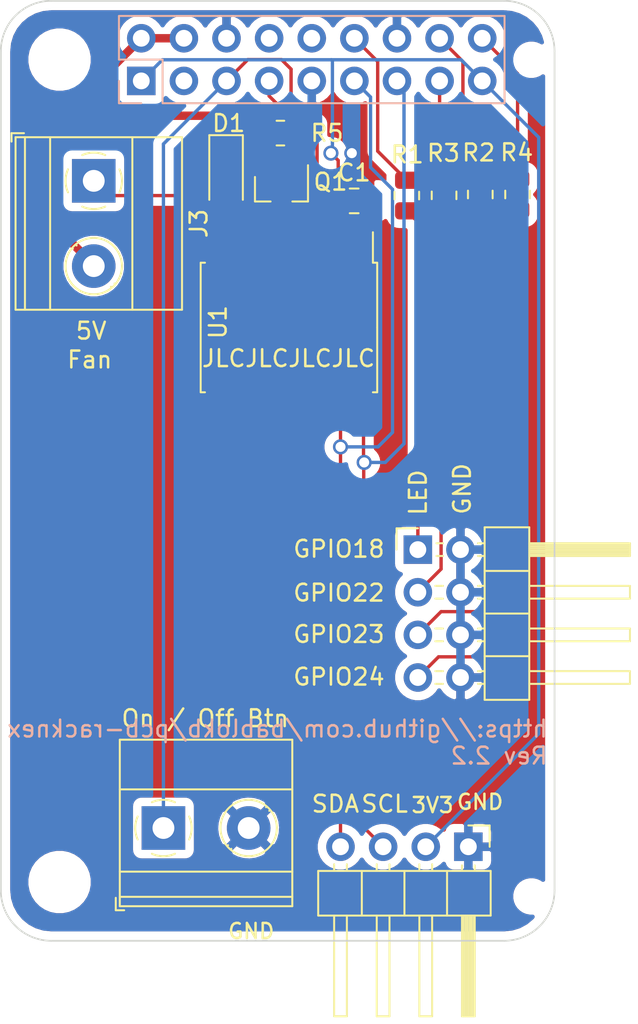
<source format=kicad_pcb>
(kicad_pcb (version 20171130) (host pcbnew 5.1.8-5.1.8)

  (general
    (thickness 1.6)
    (drawings 24)
    (tracks 89)
    (zones 0)
    (modules 18)
    (nets 24)
  )

  (page A3)
  (title_block
    (date "15 nov 2012")
  )

  (layers
    (0 F.Cu signal)
    (31 B.Cu signal)
    (32 B.Adhes user)
    (33 F.Adhes user)
    (34 B.Paste user)
    (35 F.Paste user)
    (36 B.SilkS user)
    (37 F.SilkS user)
    (38 B.Mask user)
    (39 F.Mask user)
    (40 Dwgs.User user)
    (41 Cmts.User user)
    (42 Eco1.User user)
    (43 Eco2.User user)
    (44 Edge.Cuts user)
    (45 Margin user)
    (46 B.CrtYd user)
    (47 F.CrtYd user)
  )

  (setup
    (last_trace_width 0.2)
    (trace_clearance 0.2)
    (zone_clearance 0.508)
    (zone_45_only no)
    (trace_min 0.1524)
    (via_size 0.9)
    (via_drill 0.6)
    (via_min_size 0.8)
    (via_min_drill 0.5)
    (uvia_size 0.5)
    (uvia_drill 0.1)
    (uvias_allowed no)
    (uvia_min_size 0.5)
    (uvia_min_drill 0.1)
    (edge_width 0.1)
    (segment_width 0.1)
    (pcb_text_width 0.15)
    (pcb_text_size 1 1)
    (mod_edge_width 0.15)
    (mod_text_size 1 1)
    (mod_text_width 0.15)
    (pad_size 1.152 1.152)
    (pad_drill 1.152)
    (pad_to_mask_clearance 0)
    (aux_axis_origin 200 150)
    (grid_origin 200 150)
    (visible_elements 7FFFFFFF)
    (pcbplotparams
      (layerselection 0x00030_80000001)
      (usegerberextensions true)
      (usegerberattributes false)
      (usegerberadvancedattributes false)
      (creategerberjobfile false)
      (excludeedgelayer true)
      (linewidth 0.150000)
      (plotframeref false)
      (viasonmask false)
      (mode 1)
      (useauxorigin false)
      (hpglpennumber 1)
      (hpglpenspeed 20)
      (hpglpendiameter 15.000000)
      (psnegative false)
      (psa4output false)
      (plotreference true)
      (plotvalue true)
      (plotinvisibletext false)
      (padsonsilk false)
      (subtractmaskfromsilk false)
      (outputformat 1)
      (mirror false)
      (drillshape 1)
      (scaleselection 1)
      (outputdirectory ""))
  )

  (net 0 "")
  (net 1 +3V3)
  (net 2 +5V)
  (net 3 GND)
  (net 4 "/GPIO24(LED)")
  (net 5 "/GPIO23(LED)")
  (net 6 "/GPIO22(LED)")
  (net 7 "/GPIO27(SCL)")
  (net 8 "/GPIO18(LED)")
  (net 9 "/GPIO17(SDA)")
  (net 10 "Net-(P1-Pad10)")
  (net 11 "Net-(P1-Pad8)")
  (net 12 "/GPIO4(FAN)")
  (net 13 "/GPIO3(ON_OFF)")
  (net 14 "Net-(P1-Pad3)")
  (net 15 "Net-(D1-Pad2)")
  (net 16 "Net-(J2-Pad3)")
  (net 17 "Net-(J2-Pad1)")
  (net 18 "Net-(Q1-Pad1)")
  (net 19 "Net-(J2-Pad7)")
  (net 20 "Net-(J2-Pad5)")
  (net 21 "Net-(U1-Pad14)")
  (net 22 "Net-(U1-Pad4)")
  (net 23 "Net-(U1-Pad1)")

  (net_class Default "This is the default net class."
    (clearance 0.2)
    (trace_width 0.2)
    (via_dia 0.9)
    (via_drill 0.6)
    (uvia_dia 0.5)
    (uvia_drill 0.1)
    (add_net +3V3)
    (add_net "/GPIO17(SDA)")
    (add_net "/GPIO18(LED)")
    (add_net "/GPIO22(LED)")
    (add_net "/GPIO23(LED)")
    (add_net "/GPIO24(LED)")
    (add_net "/GPIO27(SCL)")
    (add_net "/GPIO3(ON_OFF)")
    (add_net "/GPIO4(FAN)")
    (add_net GND)
    (add_net "Net-(D1-Pad2)")
    (add_net "Net-(J2-Pad1)")
    (add_net "Net-(J2-Pad3)")
    (add_net "Net-(J2-Pad5)")
    (add_net "Net-(J2-Pad7)")
    (add_net "Net-(P1-Pad10)")
    (add_net "Net-(P1-Pad3)")
    (add_net "Net-(P1-Pad8)")
    (add_net "Net-(Q1-Pad1)")
    (add_net "Net-(U1-Pad1)")
    (add_net "Net-(U1-Pad14)")
    (add_net "Net-(U1-Pad4)")
  )

  (net_class Power ""
    (clearance 0.2)
    (trace_width 0.5)
    (via_dia 1)
    (via_drill 0.7)
    (uvia_dia 0.5)
    (uvia_drill 0.1)
    (add_net +5V)
  )

  (module TerminalBlock_Phoenix:TerminalBlock_Phoenix_MKDS-1,5-2-5.08_1x02_P5.08mm_Horizontal (layer F.Cu) (tedit 5B294EBC) (tstamp 60AFE97C)
    (at 209.6901 143.2817)
    (descr "Terminal Block Phoenix MKDS-1,5-2-5.08, 2 pins, pitch 5.08mm, size 10.2x9.8mm^2, drill diamater 1.3mm, pad diameter 2.6mm, see http://www.farnell.com/datasheets/100425.pdf, script-generated using https://github.com/pointhi/kicad-footprint-generator/scripts/TerminalBlock_Phoenix")
    (tags "THT Terminal Block Phoenix MKDS-1,5-2-5.08 pitch 5.08mm size 10.2x9.8mm^2 drill 1.3mm pad 2.6mm")
    (path /60B4D62A)
    (fp_text reference J4 (at 2.54 -6.26) (layer F.SilkS) hide
      (effects (font (size 1 1) (thickness 0.15)))
    )
    (fp_text value Conn_ON_OFF (at 2.54 5.66) (layer F.Fab)
      (effects (font (size 1 1) (thickness 0.15)))
    )
    (fp_text user %R (at 2.54 3.2) (layer F.Fab)
      (effects (font (size 1 1) (thickness 0.15)))
    )
    (fp_arc (start 0 0) (end -0.684 1.535) (angle -25) (layer F.SilkS) (width 0.12))
    (fp_arc (start 0 0) (end -1.535 -0.684) (angle -48) (layer F.SilkS) (width 0.12))
    (fp_arc (start 0 0) (end 0.684 -1.535) (angle -48) (layer F.SilkS) (width 0.12))
    (fp_arc (start 0 0) (end 1.535 0.684) (angle -48) (layer F.SilkS) (width 0.12))
    (fp_arc (start 0 0) (end 0 1.68) (angle -24) (layer F.SilkS) (width 0.12))
    (fp_circle (center 0 0) (end 1.5 0) (layer F.Fab) (width 0.1))
    (fp_circle (center 5.08 0) (end 6.58 0) (layer F.Fab) (width 0.1))
    (fp_circle (center 5.08 0) (end 6.76 0) (layer F.SilkS) (width 0.12))
    (fp_line (start -2.54 -5.2) (end 7.62 -5.2) (layer F.Fab) (width 0.1))
    (fp_line (start 7.62 -5.2) (end 7.62 4.6) (layer F.Fab) (width 0.1))
    (fp_line (start 7.62 4.6) (end -2.04 4.6) (layer F.Fab) (width 0.1))
    (fp_line (start -2.04 4.6) (end -2.54 4.1) (layer F.Fab) (width 0.1))
    (fp_line (start -2.54 4.1) (end -2.54 -5.2) (layer F.Fab) (width 0.1))
    (fp_line (start -2.54 4.1) (end 7.62 4.1) (layer F.Fab) (width 0.1))
    (fp_line (start -2.6 4.1) (end 7.68 4.1) (layer F.SilkS) (width 0.12))
    (fp_line (start -2.54 2.6) (end 7.62 2.6) (layer F.Fab) (width 0.1))
    (fp_line (start -2.6 2.6) (end 7.68 2.6) (layer F.SilkS) (width 0.12))
    (fp_line (start -2.54 -2.3) (end 7.62 -2.3) (layer F.Fab) (width 0.1))
    (fp_line (start -2.6 -2.301) (end 7.68 -2.301) (layer F.SilkS) (width 0.12))
    (fp_line (start -2.6 -5.261) (end 7.68 -5.261) (layer F.SilkS) (width 0.12))
    (fp_line (start -2.6 4.66) (end 7.68 4.66) (layer F.SilkS) (width 0.12))
    (fp_line (start -2.6 -5.261) (end -2.6 4.66) (layer F.SilkS) (width 0.12))
    (fp_line (start 7.68 -5.261) (end 7.68 4.66) (layer F.SilkS) (width 0.12))
    (fp_line (start 1.138 -0.955) (end -0.955 1.138) (layer F.Fab) (width 0.1))
    (fp_line (start 0.955 -1.138) (end -1.138 0.955) (layer F.Fab) (width 0.1))
    (fp_line (start 6.218 -0.955) (end 4.126 1.138) (layer F.Fab) (width 0.1))
    (fp_line (start 6.035 -1.138) (end 3.943 0.955) (layer F.Fab) (width 0.1))
    (fp_line (start 6.355 -1.069) (end 6.308 -1.023) (layer F.SilkS) (width 0.12))
    (fp_line (start 4.046 1.239) (end 4.011 1.274) (layer F.SilkS) (width 0.12))
    (fp_line (start 6.15 -1.275) (end 6.115 -1.239) (layer F.SilkS) (width 0.12))
    (fp_line (start 3.853 1.023) (end 3.806 1.069) (layer F.SilkS) (width 0.12))
    (fp_line (start -2.84 4.16) (end -2.84 4.9) (layer F.SilkS) (width 0.12))
    (fp_line (start -2.84 4.9) (end -2.34 4.9) (layer F.SilkS) (width 0.12))
    (fp_line (start -3.04 -5.71) (end -3.04 5.1) (layer F.CrtYd) (width 0.05))
    (fp_line (start -3.04 5.1) (end 8.13 5.1) (layer F.CrtYd) (width 0.05))
    (fp_line (start 8.13 5.1) (end 8.13 -5.71) (layer F.CrtYd) (width 0.05))
    (fp_line (start 8.13 -5.71) (end -3.04 -5.71) (layer F.CrtYd) (width 0.05))
    (pad 2 thru_hole circle (at 5.08 0) (size 2.6 2.6) (drill 1.3) (layers *.Cu *.Mask)
      (net 3 GND))
    (pad 1 thru_hole rect (at 0 0) (size 2.6 2.6) (drill 1.3) (layers *.Cu *.Mask)
      (net 13 "/GPIO3(ON_OFF)"))
    (model ${KISYS3DMOD}/TerminalBlock_Phoenix.3dshapes/TerminalBlock_Phoenix_MKDS-1,5-2-5.08_1x02_P5.08mm_Horizontal.wrl
      (at (xyz 0 0 0))
      (scale (xyz 1 1 1))
      (rotate (xyz 0 0 0))
    )
  )

  (module TerminalBlock_Phoenix:TerminalBlock_Phoenix_MKDS-1,5-2-5.08_1x02_P5.08mm_Horizontal (layer F.Cu) (tedit 5B294EBC) (tstamp 60AFE952)
    (at 205.5372 104.7245 270)
    (descr "Terminal Block Phoenix MKDS-1,5-2-5.08, 2 pins, pitch 5.08mm, size 10.2x9.8mm^2, drill diamater 1.3mm, pad diameter 2.6mm, see http://www.farnell.com/datasheets/100425.pdf, script-generated using https://github.com/pointhi/kicad-footprint-generator/scripts/TerminalBlock_Phoenix")
    (tags "THT Terminal Block Phoenix MKDS-1,5-2-5.08 pitch 5.08mm size 10.2x9.8mm^2 drill 1.3mm pad 2.6mm")
    (path /60B09A77)
    (fp_text reference J3 (at 2.54 -6.26 90) (layer F.SilkS)
      (effects (font (size 1 1) (thickness 0.15)))
    )
    (fp_text value Conn_Fan (at 2.54 5.66 90) (layer F.Fab)
      (effects (font (size 1 1) (thickness 0.15)))
    )
    (fp_text user %R (at 2.54 3.2 90) (layer F.Fab)
      (effects (font (size 1 1) (thickness 0.15)))
    )
    (fp_arc (start 0 0) (end -0.684 1.535) (angle -25) (layer F.SilkS) (width 0.12))
    (fp_arc (start 0 0) (end -1.535 -0.684) (angle -48) (layer F.SilkS) (width 0.12))
    (fp_arc (start 0 0) (end 0.684 -1.535) (angle -48) (layer F.SilkS) (width 0.12))
    (fp_arc (start 0 0) (end 1.535 0.684) (angle -48) (layer F.SilkS) (width 0.12))
    (fp_arc (start 0 0) (end 0 1.68) (angle -24) (layer F.SilkS) (width 0.12))
    (fp_circle (center 0 0) (end 1.5 0) (layer F.Fab) (width 0.1))
    (fp_circle (center 5.08 0) (end 6.58 0) (layer F.Fab) (width 0.1))
    (fp_circle (center 5.08 0) (end 6.76 0) (layer F.SilkS) (width 0.12))
    (fp_line (start -2.54 -5.2) (end 7.62 -5.2) (layer F.Fab) (width 0.1))
    (fp_line (start 7.62 -5.2) (end 7.62 4.6) (layer F.Fab) (width 0.1))
    (fp_line (start 7.62 4.6) (end -2.04 4.6) (layer F.Fab) (width 0.1))
    (fp_line (start -2.04 4.6) (end -2.54 4.1) (layer F.Fab) (width 0.1))
    (fp_line (start -2.54 4.1) (end -2.54 -5.2) (layer F.Fab) (width 0.1))
    (fp_line (start -2.54 4.1) (end 7.62 4.1) (layer F.Fab) (width 0.1))
    (fp_line (start -2.6 4.1) (end 7.68 4.1) (layer F.SilkS) (width 0.12))
    (fp_line (start -2.54 2.6) (end 7.62 2.6) (layer F.Fab) (width 0.1))
    (fp_line (start -2.6 2.6) (end 7.68 2.6) (layer F.SilkS) (width 0.12))
    (fp_line (start -2.54 -2.3) (end 7.62 -2.3) (layer F.Fab) (width 0.1))
    (fp_line (start -2.6 -2.301) (end 7.68 -2.301) (layer F.SilkS) (width 0.12))
    (fp_line (start -2.6 -5.261) (end 7.68 -5.261) (layer F.SilkS) (width 0.12))
    (fp_line (start -2.6 4.66) (end 7.68 4.66) (layer F.SilkS) (width 0.12))
    (fp_line (start -2.6 -5.261) (end -2.6 4.66) (layer F.SilkS) (width 0.12))
    (fp_line (start 7.68 -5.261) (end 7.68 4.66) (layer F.SilkS) (width 0.12))
    (fp_line (start 1.138 -0.955) (end -0.955 1.138) (layer F.Fab) (width 0.1))
    (fp_line (start 0.955 -1.138) (end -1.138 0.955) (layer F.Fab) (width 0.1))
    (fp_line (start 6.218 -0.955) (end 4.126 1.138) (layer F.Fab) (width 0.1))
    (fp_line (start 6.035 -1.138) (end 3.943 0.955) (layer F.Fab) (width 0.1))
    (fp_line (start 6.355 -1.069) (end 6.308 -1.023) (layer F.SilkS) (width 0.12))
    (fp_line (start 4.046 1.239) (end 4.011 1.274) (layer F.SilkS) (width 0.12))
    (fp_line (start 6.15 -1.275) (end 6.115 -1.239) (layer F.SilkS) (width 0.12))
    (fp_line (start 3.853 1.023) (end 3.806 1.069) (layer F.SilkS) (width 0.12))
    (fp_line (start -2.84 4.16) (end -2.84 4.9) (layer F.SilkS) (width 0.12))
    (fp_line (start -2.84 4.9) (end -2.34 4.9) (layer F.SilkS) (width 0.12))
    (fp_line (start -3.04 -5.71) (end -3.04 5.1) (layer F.CrtYd) (width 0.05))
    (fp_line (start -3.04 5.1) (end 8.13 5.1) (layer F.CrtYd) (width 0.05))
    (fp_line (start 8.13 5.1) (end 8.13 -5.71) (layer F.CrtYd) (width 0.05))
    (fp_line (start 8.13 -5.71) (end -3.04 -5.71) (layer F.CrtYd) (width 0.05))
    (pad 2 thru_hole circle (at 5.08 0 270) (size 2.6 2.6) (drill 1.3) (layers *.Cu *.Mask)
      (net 2 +5V))
    (pad 1 thru_hole rect (at 0 0 270) (size 2.6 2.6) (drill 1.3) (layers *.Cu *.Mask)
      (net 15 "Net-(D1-Pad2)"))
    (model ${KISYS3DMOD}/TerminalBlock_Phoenix.3dshapes/TerminalBlock_Phoenix_MKDS-1,5-2-5.08_1x02_P5.08mm_Horizontal.wrl
      (at (xyz 0 0 0))
      (scale (xyz 1 1 1))
      (rotate (xyz 0 0 0))
    )
  )

  (module user:SMT_JLCPCB_ToolingHole (layer F.Cu) (tedit 60882616) (tstamp 60B17F0C)
    (at 231.623 147.3584)
    (descr "Mounting Hole 1.5mm, no annular")
    (tags "mounting hole 1.5mm no annular")
    (path /60B352D5)
    (attr virtual)
    (fp_text reference T2 (at 3.3655 0.0381) (layer F.SilkS) hide
      (effects (font (size 1 1) (thickness 0.15)))
    )
    (fp_text value 4 (at 0 3.2) (layer F.Fab)
      (effects (font (size 1 1) (thickness 0.15)))
    )
    (fp_circle (center 0 0) (end 0.8 0) (layer F.CrtYd) (width 0.05))
    (fp_circle (center 0 0) (end 0.8 0) (layer Cmts.User) (width 0.15))
    (fp_text user %R (at 3.62712 0.00762) (layer F.Fab)
      (effects (font (size 1 1) (thickness 0.15)))
    )
    (pad "" np_thru_hole circle (at 0 0) (size 1.152 1.152) (drill 1.152) (layers *.Cu *.Mask)
      (solder_mask_margin 0.148) (clearance 0.248))
  )

  (module user:SMT_JLCPCB_ToolingHole (layer F.Cu) (tedit 60882616) (tstamp 60B17E72)
    (at 231.623 97.5109)
    (descr "Mounting Hole 1.5mm, no annular")
    (tags "mounting hole 1.5mm no annular")
    (path /60B34CF3)
    (attr virtual)
    (fp_text reference T1 (at 3.0226 0.1143) (layer F.SilkS) hide
      (effects (font (size 1 1) (thickness 0.15)))
    )
    (fp_text value 3 (at 0 3.2) (layer F.Fab)
      (effects (font (size 1 1) (thickness 0.15)))
    )
    (fp_circle (center 0 0) (end 0.8 0) (layer F.CrtYd) (width 0.05))
    (fp_circle (center 0 0) (end 0.8 0) (layer Cmts.User) (width 0.15))
    (fp_text user %R (at 3.62712 0.00762) (layer F.Fab)
      (effects (font (size 1 1) (thickness 0.15)))
    )
    (pad "" np_thru_hole circle (at 0 0) (size 1.152 1.152) (drill 1.152) (layers *.Cu *.Mask)
      (solder_mask_margin 0.148) (clearance 0.248))
  )

  (module Capacitor_SMD:C_0805_2012Metric (layer F.Cu) (tedit 5F68FEEE) (tstamp 60B111F8)
    (at 221.0566 105.9183)
    (descr "Capacitor SMD 0805 (2012 Metric), square (rectangular) end terminal, IPC_7351 nominal, (Body size source: IPC-SM-782 page 76, https://www.pcb-3d.com/wordpress/wp-content/uploads/ipc-sm-782a_amendment_1_and_2.pdf, https://docs.google.com/spreadsheets/d/1BsfQQcO9C6DZCsRaXUlFlo91Tg2WpOkGARC1WS5S8t0/edit?usp=sharing), generated with kicad-footprint-generator")
    (tags capacitor)
    (path /60B20F2E)
    (attr smd)
    (fp_text reference C1 (at 0 -1.68) (layer F.SilkS)
      (effects (font (size 1 1) (thickness 0.15)))
    )
    (fp_text value 100nF (at 0 1.68) (layer F.Fab)
      (effects (font (size 1 1) (thickness 0.15)))
    )
    (fp_line (start -1 0.625) (end -1 -0.625) (layer F.Fab) (width 0.1))
    (fp_line (start -1 -0.625) (end 1 -0.625) (layer F.Fab) (width 0.1))
    (fp_line (start 1 -0.625) (end 1 0.625) (layer F.Fab) (width 0.1))
    (fp_line (start 1 0.625) (end -1 0.625) (layer F.Fab) (width 0.1))
    (fp_line (start -0.261252 -0.735) (end 0.261252 -0.735) (layer F.SilkS) (width 0.12))
    (fp_line (start -0.261252 0.735) (end 0.261252 0.735) (layer F.SilkS) (width 0.12))
    (fp_line (start -1.7 0.98) (end -1.7 -0.98) (layer F.CrtYd) (width 0.05))
    (fp_line (start -1.7 -0.98) (end 1.7 -0.98) (layer F.CrtYd) (width 0.05))
    (fp_line (start 1.7 -0.98) (end 1.7 0.98) (layer F.CrtYd) (width 0.05))
    (fp_line (start 1.7 0.98) (end -1.7 0.98) (layer F.CrtYd) (width 0.05))
    (fp_text user %R (at 0 0) (layer F.Fab)
      (effects (font (size 0.5 0.5) (thickness 0.08)))
    )
    (pad 2 smd roundrect (at 0.95 0) (size 1 1.45) (layers F.Cu F.Paste F.Mask) (roundrect_rratio 0.25)
      (net 3 GND))
    (pad 1 smd roundrect (at -0.95 0) (size 1 1.45) (layers F.Cu F.Paste F.Mask) (roundrect_rratio 0.25)
      (net 1 +3V3))
    (model ${KISYS3DMOD}/Capacitor_SMD.3dshapes/C_0805_2012Metric.wrl
      (at (xyz 0 0 0))
      (scale (xyz 1 1 1))
      (rotate (xyz 0 0 0))
    )
  )

  (module Package_SO:SOIC-16W_7.5x10.3mm_P1.27mm (layer F.Cu) (tedit 5D9F72B1) (tstamp 60B0F1C7)
    (at 217.1704 113.4621 270)
    (descr "SOIC, 16 Pin (JEDEC MS-013AA, https://www.analog.com/media/en/package-pcb-resources/package/pkg_pdf/soic_wide-rw/rw_16.pdf), generated with kicad-footprint-generator ipc_gullwing_generator.py")
    (tags "SOIC SO")
    (path /60B0F86A)
    (attr smd)
    (fp_text reference U1 (at -0.3175 4.2291 90) (layer F.SilkS)
      (effects (font (size 1 1) (thickness 0.15)))
    )
    (fp_text value DS3231M (at 0 6.1 90) (layer F.Fab)
      (effects (font (size 1 1) (thickness 0.15)))
    )
    (fp_line (start 0 5.26) (end 3.86 5.26) (layer F.SilkS) (width 0.12))
    (fp_line (start 3.86 5.26) (end 3.86 5.005) (layer F.SilkS) (width 0.12))
    (fp_line (start 0 5.26) (end -3.86 5.26) (layer F.SilkS) (width 0.12))
    (fp_line (start -3.86 5.26) (end -3.86 5.005) (layer F.SilkS) (width 0.12))
    (fp_line (start 0 -5.26) (end 3.86 -5.26) (layer F.SilkS) (width 0.12))
    (fp_line (start 3.86 -5.26) (end 3.86 -5.005) (layer F.SilkS) (width 0.12))
    (fp_line (start 0 -5.26) (end -3.86 -5.26) (layer F.SilkS) (width 0.12))
    (fp_line (start -3.86 -5.26) (end -3.86 -5.005) (layer F.SilkS) (width 0.12))
    (fp_line (start -3.86 -5.005) (end -5.675 -5.005) (layer F.SilkS) (width 0.12))
    (fp_line (start -2.75 -5.15) (end 3.75 -5.15) (layer F.Fab) (width 0.1))
    (fp_line (start 3.75 -5.15) (end 3.75 5.15) (layer F.Fab) (width 0.1))
    (fp_line (start 3.75 5.15) (end -3.75 5.15) (layer F.Fab) (width 0.1))
    (fp_line (start -3.75 5.15) (end -3.75 -4.15) (layer F.Fab) (width 0.1))
    (fp_line (start -3.75 -4.15) (end -2.75 -5.15) (layer F.Fab) (width 0.1))
    (fp_line (start -5.93 -5.4) (end -5.93 5.4) (layer F.CrtYd) (width 0.05))
    (fp_line (start -5.93 5.4) (end 5.93 5.4) (layer F.CrtYd) (width 0.05))
    (fp_line (start 5.93 5.4) (end 5.93 -5.4) (layer F.CrtYd) (width 0.05))
    (fp_line (start 5.93 -5.4) (end -5.93 -5.4) (layer F.CrtYd) (width 0.05))
    (fp_text user %R (at 0 0 90) (layer F.Fab)
      (effects (font (size 1 1) (thickness 0.15)))
    )
    (pad 16 smd roundrect (at 4.65 -4.445 270) (size 2.05 0.6) (layers F.Cu F.Paste F.Mask) (roundrect_rratio 0.25)
      (net 7 "/GPIO27(SCL)"))
    (pad 15 smd roundrect (at 4.65 -3.175 270) (size 2.05 0.6) (layers F.Cu F.Paste F.Mask) (roundrect_rratio 0.25)
      (net 9 "/GPIO17(SDA)"))
    (pad 14 smd roundrect (at 4.65 -1.905 270) (size 2.05 0.6) (layers F.Cu F.Paste F.Mask) (roundrect_rratio 0.25)
      (net 21 "Net-(U1-Pad14)"))
    (pad 13 smd roundrect (at 4.65 -0.635 270) (size 2.05 0.6) (layers F.Cu F.Paste F.Mask) (roundrect_rratio 0.25)
      (net 3 GND))
    (pad 12 smd roundrect (at 4.65 0.635 270) (size 2.05 0.6) (layers F.Cu F.Paste F.Mask) (roundrect_rratio 0.25)
      (net 3 GND))
    (pad 11 smd roundrect (at 4.65 1.905 270) (size 2.05 0.6) (layers F.Cu F.Paste F.Mask) (roundrect_rratio 0.25)
      (net 3 GND))
    (pad 10 smd roundrect (at 4.65 3.175 270) (size 2.05 0.6) (layers F.Cu F.Paste F.Mask) (roundrect_rratio 0.25)
      (net 3 GND))
    (pad 9 smd roundrect (at 4.65 4.445 270) (size 2.05 0.6) (layers F.Cu F.Paste F.Mask) (roundrect_rratio 0.25)
      (net 3 GND))
    (pad 8 smd roundrect (at -4.65 4.445 270) (size 2.05 0.6) (layers F.Cu F.Paste F.Mask) (roundrect_rratio 0.25)
      (net 3 GND))
    (pad 7 smd roundrect (at -4.65 3.175 270) (size 2.05 0.6) (layers F.Cu F.Paste F.Mask) (roundrect_rratio 0.25)
      (net 3 GND))
    (pad 6 smd roundrect (at -4.65 1.905 270) (size 2.05 0.6) (layers F.Cu F.Paste F.Mask) (roundrect_rratio 0.25)
      (net 3 GND))
    (pad 5 smd roundrect (at -4.65 0.635 270) (size 2.05 0.6) (layers F.Cu F.Paste F.Mask) (roundrect_rratio 0.25)
      (net 3 GND))
    (pad 4 smd roundrect (at -4.65 -0.635 270) (size 2.05 0.6) (layers F.Cu F.Paste F.Mask) (roundrect_rratio 0.25)
      (net 22 "Net-(U1-Pad4)"))
    (pad 3 smd roundrect (at -4.65 -1.905 270) (size 2.05 0.6) (layers F.Cu F.Paste F.Mask) (roundrect_rratio 0.25)
      (net 13 "/GPIO3(ON_OFF)"))
    (pad 2 smd roundrect (at -4.65 -3.175 270) (size 2.05 0.6) (layers F.Cu F.Paste F.Mask) (roundrect_rratio 0.25)
      (net 1 +3V3))
    (pad 1 smd roundrect (at -4.65 -4.445 270) (size 2.05 0.6) (layers F.Cu F.Paste F.Mask) (roundrect_rratio 0.25)
      (net 23 "Net-(U1-Pad1)"))
    (model ${KISYS3DMOD}/Package_SO.3dshapes/SOIC-16W_7.5x10.3mm_P1.27mm.wrl
      (at (xyz 0 0 0))
      (scale (xyz 1 1 1))
      (rotate (xyz 0 0 0))
    )
  )

  (module MountingHole:MountingHole_2.7mm_M2.5 (layer F.Cu) (tedit 56D1B4CB) (tstamp 60B0F08A)
    (at 203.5 146.5)
    (descr "Mounting Hole 2.7mm, no annular, M2.5")
    (tags "mounting hole 2.7mm no annular m2.5")
    (path /60B26082)
    (attr virtual)
    (fp_text reference MK2 (at 0 -3.7) (layer F.SilkS) hide
      (effects (font (size 1 1) (thickness 0.15)))
    )
    (fp_text value M2.5 (at 0 3.7) (layer F.Fab)
      (effects (font (size 1 1) (thickness 0.15)))
    )
    (fp_circle (center 0 0) (end 2.7 0) (layer Cmts.User) (width 0.15))
    (fp_circle (center 0 0) (end 2.95 0) (layer F.CrtYd) (width 0.05))
    (fp_text user %R (at 0.3 0) (layer F.Fab)
      (effects (font (size 1 1) (thickness 0.15)))
    )
    (pad 1 np_thru_hole circle (at 0 0) (size 2.7 2.7) (drill 2.7) (layers *.Cu *.Mask))
  )

  (module Resistor_SMD:R_0805_2012Metric (layer F.Cu) (tedit 5F68FEEE) (tstamp 60AFEA6C)
    (at 216.6624 101.8797 180)
    (descr "Resistor SMD 0805 (2012 Metric), square (rectangular) end terminal, IPC_7351 nominal, (Body size source: IPC-SM-782 page 72, https://www.pcb-3d.com/wordpress/wp-content/uploads/ipc-sm-782a_amendment_1_and_2.pdf), generated with kicad-footprint-generator")
    (tags resistor)
    (path /60B09A71)
    (attr smd)
    (fp_text reference R5 (at -2.7813 0) (layer F.SilkS)
      (effects (font (size 1 1) (thickness 0.15)))
    )
    (fp_text value 3K3 (at 0 1.65) (layer F.Fab)
      (effects (font (size 1 1) (thickness 0.15)))
    )
    (fp_line (start 1.68 0.95) (end -1.68 0.95) (layer F.CrtYd) (width 0.05))
    (fp_line (start 1.68 -0.95) (end 1.68 0.95) (layer F.CrtYd) (width 0.05))
    (fp_line (start -1.68 -0.95) (end 1.68 -0.95) (layer F.CrtYd) (width 0.05))
    (fp_line (start -1.68 0.95) (end -1.68 -0.95) (layer F.CrtYd) (width 0.05))
    (fp_line (start -0.227064 0.735) (end 0.227064 0.735) (layer F.SilkS) (width 0.12))
    (fp_line (start -0.227064 -0.735) (end 0.227064 -0.735) (layer F.SilkS) (width 0.12))
    (fp_line (start 1 0.625) (end -1 0.625) (layer F.Fab) (width 0.1))
    (fp_line (start 1 -0.625) (end 1 0.625) (layer F.Fab) (width 0.1))
    (fp_line (start -1 -0.625) (end 1 -0.625) (layer F.Fab) (width 0.1))
    (fp_line (start -1 0.625) (end -1 -0.625) (layer F.Fab) (width 0.1))
    (fp_text user %R (at 0 0) (layer F.Fab)
      (effects (font (size 0.5 0.5) (thickness 0.08)))
    )
    (pad 2 smd roundrect (at 0.9125 0 180) (size 1.025 1.4) (layers F.Cu F.Paste F.Mask) (roundrect_rratio 0.243902)
      (net 18 "Net-(Q1-Pad1)"))
    (pad 1 smd roundrect (at -0.9125 0 180) (size 1.025 1.4) (layers F.Cu F.Paste F.Mask) (roundrect_rratio 0.243902)
      (net 12 "/GPIO4(FAN)"))
    (model ${KISYS3DMOD}/Resistor_SMD.3dshapes/R_0805_2012Metric.wrl
      (at (xyz 0 0 0))
      (scale (xyz 1 1 1))
      (rotate (xyz 0 0 0))
    )
  )

  (module Resistor_SMD:R_0805_2012Metric (layer F.Cu) (tedit 5F68FEEE) (tstamp 60AFEA5B)
    (at 230.7975 105.5373 270)
    (descr "Resistor SMD 0805 (2012 Metric), square (rectangular) end terminal, IPC_7351 nominal, (Body size source: IPC-SM-782 page 72, https://www.pcb-3d.com/wordpress/wp-content/uploads/ipc-sm-782a_amendment_1_and_2.pdf), generated with kicad-footprint-generator")
    (tags resistor)
    (path /60B09A9B)
    (attr smd)
    (fp_text reference R4 (at -2.5019 0.0508 180) (layer F.SilkS)
      (effects (font (size 1 1) (thickness 0.15)))
    )
    (fp_text value 820 (at 0 1.65 90) (layer F.Fab)
      (effects (font (size 1 1) (thickness 0.15)))
    )
    (fp_line (start -1 0.625) (end -1 -0.625) (layer F.Fab) (width 0.1))
    (fp_line (start -1 -0.625) (end 1 -0.625) (layer F.Fab) (width 0.1))
    (fp_line (start 1 -0.625) (end 1 0.625) (layer F.Fab) (width 0.1))
    (fp_line (start 1 0.625) (end -1 0.625) (layer F.Fab) (width 0.1))
    (fp_line (start -0.227064 -0.735) (end 0.227064 -0.735) (layer F.SilkS) (width 0.12))
    (fp_line (start -0.227064 0.735) (end 0.227064 0.735) (layer F.SilkS) (width 0.12))
    (fp_line (start -1.68 0.95) (end -1.68 -0.95) (layer F.CrtYd) (width 0.05))
    (fp_line (start -1.68 -0.95) (end 1.68 -0.95) (layer F.CrtYd) (width 0.05))
    (fp_line (start 1.68 -0.95) (end 1.68 0.95) (layer F.CrtYd) (width 0.05))
    (fp_line (start 1.68 0.95) (end -1.68 0.95) (layer F.CrtYd) (width 0.05))
    (fp_text user %R (at 0 0 90) (layer F.Fab)
      (effects (font (size 0.5 0.5) (thickness 0.08)))
    )
    (pad 1 smd roundrect (at -0.9125 0 270) (size 1.025 1.4) (layers F.Cu F.Paste F.Mask) (roundrect_rratio 0.243902)
      (net 4 "/GPIO24(LED)"))
    (pad 2 smd roundrect (at 0.9125 0 270) (size 1.025 1.4) (layers F.Cu F.Paste F.Mask) (roundrect_rratio 0.243902)
      (net 19 "Net-(J2-Pad7)"))
    (model ${KISYS3DMOD}/Resistor_SMD.3dshapes/R_0805_2012Metric.wrl
      (at (xyz 0 0 0))
      (scale (xyz 1 1 1))
      (rotate (xyz 0 0 0))
    )
  )

  (module Resistor_SMD:R_0805_2012Metric (layer F.Cu) (tedit 5F68FEEE) (tstamp 60AFEA4A)
    (at 226.416 105.5881 270)
    (descr "Resistor SMD 0805 (2012 Metric), square (rectangular) end terminal, IPC_7351 nominal, (Body size source: IPC-SM-782 page 72, https://www.pcb-3d.com/wordpress/wp-content/uploads/ipc-sm-782a_amendment_1_and_2.pdf), generated with kicad-footprint-generator")
    (tags resistor)
    (path /60B09A95)
    (attr smd)
    (fp_text reference R3 (at -2.5146 0.0381 180) (layer F.SilkS)
      (effects (font (size 1 1) (thickness 0.15)))
    )
    (fp_text value 820 (at 0 1.65 90) (layer F.Fab)
      (effects (font (size 1 1) (thickness 0.15)))
    )
    (fp_line (start -1 0.625) (end -1 -0.625) (layer F.Fab) (width 0.1))
    (fp_line (start -1 -0.625) (end 1 -0.625) (layer F.Fab) (width 0.1))
    (fp_line (start 1 -0.625) (end 1 0.625) (layer F.Fab) (width 0.1))
    (fp_line (start 1 0.625) (end -1 0.625) (layer F.Fab) (width 0.1))
    (fp_line (start -0.227064 -0.735) (end 0.227064 -0.735) (layer F.SilkS) (width 0.12))
    (fp_line (start -0.227064 0.735) (end 0.227064 0.735) (layer F.SilkS) (width 0.12))
    (fp_line (start -1.68 0.95) (end -1.68 -0.95) (layer F.CrtYd) (width 0.05))
    (fp_line (start -1.68 -0.95) (end 1.68 -0.95) (layer F.CrtYd) (width 0.05))
    (fp_line (start 1.68 -0.95) (end 1.68 0.95) (layer F.CrtYd) (width 0.05))
    (fp_line (start 1.68 0.95) (end -1.68 0.95) (layer F.CrtYd) (width 0.05))
    (fp_text user %R (at 0 0 90) (layer F.Fab)
      (effects (font (size 0.5 0.5) (thickness 0.08)))
    )
    (pad 1 smd roundrect (at -0.9125 0 270) (size 1.025 1.4) (layers F.Cu F.Paste F.Mask) (roundrect_rratio 0.243902)
      (net 6 "/GPIO22(LED)"))
    (pad 2 smd roundrect (at 0.9125 0 270) (size 1.025 1.4) (layers F.Cu F.Paste F.Mask) (roundrect_rratio 0.243902)
      (net 16 "Net-(J2-Pad3)"))
    (model ${KISYS3DMOD}/Resistor_SMD.3dshapes/R_0805_2012Metric.wrl
      (at (xyz 0 0 0))
      (scale (xyz 1 1 1))
      (rotate (xyz 0 0 0))
    )
  )

  (module Resistor_SMD:R_0805_2012Metric (layer F.Cu) (tedit 5F68FEEE) (tstamp 60AFEA39)
    (at 228.575 105.5373 270)
    (descr "Resistor SMD 0805 (2012 Metric), square (rectangular) end terminal, IPC_7351 nominal, (Body size source: IPC-SM-782 page 72, https://www.pcb-3d.com/wordpress/wp-content/uploads/ipc-sm-782a_amendment_1_and_2.pdf), generated with kicad-footprint-generator")
    (tags resistor)
    (path /60B09A8F)
    (attr smd)
    (fp_text reference R2 (at -2.4892 0.1016 180) (layer F.SilkS)
      (effects (font (size 1 1) (thickness 0.15)))
    )
    (fp_text value 820 (at 0 1.65 90) (layer F.Fab)
      (effects (font (size 1 1) (thickness 0.15)))
    )
    (fp_line (start -1 0.625) (end -1 -0.625) (layer F.Fab) (width 0.1))
    (fp_line (start -1 -0.625) (end 1 -0.625) (layer F.Fab) (width 0.1))
    (fp_line (start 1 -0.625) (end 1 0.625) (layer F.Fab) (width 0.1))
    (fp_line (start 1 0.625) (end -1 0.625) (layer F.Fab) (width 0.1))
    (fp_line (start -0.227064 -0.735) (end 0.227064 -0.735) (layer F.SilkS) (width 0.12))
    (fp_line (start -0.227064 0.735) (end 0.227064 0.735) (layer F.SilkS) (width 0.12))
    (fp_line (start -1.68 0.95) (end -1.68 -0.95) (layer F.CrtYd) (width 0.05))
    (fp_line (start -1.68 -0.95) (end 1.68 -0.95) (layer F.CrtYd) (width 0.05))
    (fp_line (start 1.68 -0.95) (end 1.68 0.95) (layer F.CrtYd) (width 0.05))
    (fp_line (start 1.68 0.95) (end -1.68 0.95) (layer F.CrtYd) (width 0.05))
    (fp_text user %R (at 0 0 90) (layer F.Fab)
      (effects (font (size 0.5 0.5) (thickness 0.08)))
    )
    (pad 1 smd roundrect (at -0.9125 0 270) (size 1.025 1.4) (layers F.Cu F.Paste F.Mask) (roundrect_rratio 0.243902)
      (net 5 "/GPIO23(LED)"))
    (pad 2 smd roundrect (at 0.9125 0 270) (size 1.025 1.4) (layers F.Cu F.Paste F.Mask) (roundrect_rratio 0.243902)
      (net 20 "Net-(J2-Pad5)"))
    (model ${KISYS3DMOD}/Resistor_SMD.3dshapes/R_0805_2012Metric.wrl
      (at (xyz 0 0 0))
      (scale (xyz 1 1 1))
      (rotate (xyz 0 0 0))
    )
  )

  (module Resistor_SMD:R_0805_2012Metric (layer F.Cu) (tedit 5F68FEEE) (tstamp 60AFEA28)
    (at 224.1935 105.6008 270)
    (descr "Resistor SMD 0805 (2012 Metric), square (rectangular) end terminal, IPC_7351 nominal, (Body size source: IPC-SM-782 page 72, https://www.pcb-3d.com/wordpress/wp-content/uploads/ipc-sm-782a_amendment_1_and_2.pdf), generated with kicad-footprint-generator")
    (tags resistor)
    (path /60B09A89)
    (attr smd)
    (fp_text reference R1 (at -2.4384 -0.0254 180) (layer F.SilkS)
      (effects (font (size 1 1) (thickness 0.15)))
    )
    (fp_text value 820 (at 0 1.65 90) (layer F.Fab)
      (effects (font (size 1 1) (thickness 0.15)))
    )
    (fp_line (start -1 0.625) (end -1 -0.625) (layer F.Fab) (width 0.1))
    (fp_line (start -1 -0.625) (end 1 -0.625) (layer F.Fab) (width 0.1))
    (fp_line (start 1 -0.625) (end 1 0.625) (layer F.Fab) (width 0.1))
    (fp_line (start 1 0.625) (end -1 0.625) (layer F.Fab) (width 0.1))
    (fp_line (start -0.227064 -0.735) (end 0.227064 -0.735) (layer F.SilkS) (width 0.12))
    (fp_line (start -0.227064 0.735) (end 0.227064 0.735) (layer F.SilkS) (width 0.12))
    (fp_line (start -1.68 0.95) (end -1.68 -0.95) (layer F.CrtYd) (width 0.05))
    (fp_line (start -1.68 -0.95) (end 1.68 -0.95) (layer F.CrtYd) (width 0.05))
    (fp_line (start 1.68 -0.95) (end 1.68 0.95) (layer F.CrtYd) (width 0.05))
    (fp_line (start 1.68 0.95) (end -1.68 0.95) (layer F.CrtYd) (width 0.05))
    (fp_text user %R (at 0 0 90) (layer F.Fab)
      (effects (font (size 0.5 0.5) (thickness 0.08)))
    )
    (pad 1 smd roundrect (at -0.9125 0 270) (size 1.025 1.4) (layers F.Cu F.Paste F.Mask) (roundrect_rratio 0.243902)
      (net 8 "/GPIO18(LED)"))
    (pad 2 smd roundrect (at 0.9125 0 270) (size 1.025 1.4) (layers F.Cu F.Paste F.Mask) (roundrect_rratio 0.243902)
      (net 17 "Net-(J2-Pad1)"))
    (model ${KISYS3DMOD}/Resistor_SMD.3dshapes/R_0805_2012Metric.wrl
      (at (xyz 0 0 0))
      (scale (xyz 1 1 1))
      (rotate (xyz 0 0 0))
    )
  )

  (module Package_TO_SOT_SMD:SOT-23 (layer F.Cu) (tedit 5A02FF57) (tstamp 60AFEA17)
    (at 216.7259 105.1944 270)
    (descr "SOT-23, Standard")
    (tags SOT-23)
    (path /60B09ACF)
    (attr smd)
    (fp_text reference Q1 (at -0.4064 -2.921 180) (layer F.SilkS)
      (effects (font (size 1 1) (thickness 0.15)))
    )
    (fp_text value "S8050 NPN" (at 0 2.5 90) (layer F.Fab)
      (effects (font (size 1 1) (thickness 0.15)))
    )
    (fp_line (start 0.76 1.58) (end -0.7 1.58) (layer F.SilkS) (width 0.12))
    (fp_line (start 0.76 -1.58) (end -1.4 -1.58) (layer F.SilkS) (width 0.12))
    (fp_line (start -1.7 1.75) (end -1.7 -1.75) (layer F.CrtYd) (width 0.05))
    (fp_line (start 1.7 1.75) (end -1.7 1.75) (layer F.CrtYd) (width 0.05))
    (fp_line (start 1.7 -1.75) (end 1.7 1.75) (layer F.CrtYd) (width 0.05))
    (fp_line (start -1.7 -1.75) (end 1.7 -1.75) (layer F.CrtYd) (width 0.05))
    (fp_line (start 0.76 -1.58) (end 0.76 -0.65) (layer F.SilkS) (width 0.12))
    (fp_line (start 0.76 1.58) (end 0.76 0.65) (layer F.SilkS) (width 0.12))
    (fp_line (start -0.7 1.52) (end 0.7 1.52) (layer F.Fab) (width 0.1))
    (fp_line (start 0.7 -1.52) (end 0.7 1.52) (layer F.Fab) (width 0.1))
    (fp_line (start -0.7 -0.95) (end -0.15 -1.52) (layer F.Fab) (width 0.1))
    (fp_line (start -0.15 -1.52) (end 0.7 -1.52) (layer F.Fab) (width 0.1))
    (fp_line (start -0.7 -0.95) (end -0.7 1.5) (layer F.Fab) (width 0.1))
    (fp_text user %R (at 0 0) (layer F.Fab)
      (effects (font (size 0.5 0.5) (thickness 0.075)))
    )
    (pad 3 smd rect (at 1 0 270) (size 0.9 0.8) (layers F.Cu F.Paste F.Mask)
      (net 3 GND))
    (pad 2 smd rect (at -1 0.95 270) (size 0.9 0.8) (layers F.Cu F.Paste F.Mask)
      (net 15 "Net-(D1-Pad2)"))
    (pad 1 smd rect (at -1 -0.95 270) (size 0.9 0.8) (layers F.Cu F.Paste F.Mask)
      (net 18 "Net-(Q1-Pad1)"))
    (model ${KISYS3DMOD}/Package_TO_SOT_SMD.3dshapes/SOT-23.wrl
      (at (xyz 0 0 0))
      (scale (xyz 1 1 1))
      (rotate (xyz 0 0 0))
    )
  )

  (module Connector_PinHeader_2.54mm:PinHeader_2x04_P2.54mm_Horizontal (layer F.Cu) (tedit 59FED5CB) (tstamp 60AFE928)
    (at 224.8539 126.6955)
    (descr "Through hole angled pin header, 2x04, 2.54mm pitch, 6mm pin length, double rows")
    (tags "Through hole angled pin header THT 2x04 2.54mm double row")
    (path /60B09A7D)
    (fp_text reference J2 (at 5.655 -2.27) (layer F.SilkS) hide
      (effects (font (size 1 1) (thickness 0.15)))
    )
    (fp_text value Conn_LED (at 5.655 9.89) (layer F.Fab)
      (effects (font (size 1 1) (thickness 0.15)))
    )
    (fp_line (start 4.675 -1.27) (end 6.58 -1.27) (layer F.Fab) (width 0.1))
    (fp_line (start 6.58 -1.27) (end 6.58 8.89) (layer F.Fab) (width 0.1))
    (fp_line (start 6.58 8.89) (end 4.04 8.89) (layer F.Fab) (width 0.1))
    (fp_line (start 4.04 8.89) (end 4.04 -0.635) (layer F.Fab) (width 0.1))
    (fp_line (start 4.04 -0.635) (end 4.675 -1.27) (layer F.Fab) (width 0.1))
    (fp_line (start -0.32 -0.32) (end 4.04 -0.32) (layer F.Fab) (width 0.1))
    (fp_line (start -0.32 -0.32) (end -0.32 0.32) (layer F.Fab) (width 0.1))
    (fp_line (start -0.32 0.32) (end 4.04 0.32) (layer F.Fab) (width 0.1))
    (fp_line (start 6.58 -0.32) (end 12.58 -0.32) (layer F.Fab) (width 0.1))
    (fp_line (start 12.58 -0.32) (end 12.58 0.32) (layer F.Fab) (width 0.1))
    (fp_line (start 6.58 0.32) (end 12.58 0.32) (layer F.Fab) (width 0.1))
    (fp_line (start -0.32 2.22) (end 4.04 2.22) (layer F.Fab) (width 0.1))
    (fp_line (start -0.32 2.22) (end -0.32 2.86) (layer F.Fab) (width 0.1))
    (fp_line (start -0.32 2.86) (end 4.04 2.86) (layer F.Fab) (width 0.1))
    (fp_line (start 6.58 2.22) (end 12.58 2.22) (layer F.Fab) (width 0.1))
    (fp_line (start 12.58 2.22) (end 12.58 2.86) (layer F.Fab) (width 0.1))
    (fp_line (start 6.58 2.86) (end 12.58 2.86) (layer F.Fab) (width 0.1))
    (fp_line (start -0.32 4.76) (end 4.04 4.76) (layer F.Fab) (width 0.1))
    (fp_line (start -0.32 4.76) (end -0.32 5.4) (layer F.Fab) (width 0.1))
    (fp_line (start -0.32 5.4) (end 4.04 5.4) (layer F.Fab) (width 0.1))
    (fp_line (start 6.58 4.76) (end 12.58 4.76) (layer F.Fab) (width 0.1))
    (fp_line (start 12.58 4.76) (end 12.58 5.4) (layer F.Fab) (width 0.1))
    (fp_line (start 6.58 5.4) (end 12.58 5.4) (layer F.Fab) (width 0.1))
    (fp_line (start -0.32 7.3) (end 4.04 7.3) (layer F.Fab) (width 0.1))
    (fp_line (start -0.32 7.3) (end -0.32 7.94) (layer F.Fab) (width 0.1))
    (fp_line (start -0.32 7.94) (end 4.04 7.94) (layer F.Fab) (width 0.1))
    (fp_line (start 6.58 7.3) (end 12.58 7.3) (layer F.Fab) (width 0.1))
    (fp_line (start 12.58 7.3) (end 12.58 7.94) (layer F.Fab) (width 0.1))
    (fp_line (start 6.58 7.94) (end 12.58 7.94) (layer F.Fab) (width 0.1))
    (fp_line (start 3.98 -1.33) (end 3.98 8.95) (layer F.SilkS) (width 0.12))
    (fp_line (start 3.98 8.95) (end 6.64 8.95) (layer F.SilkS) (width 0.12))
    (fp_line (start 6.64 8.95) (end 6.64 -1.33) (layer F.SilkS) (width 0.12))
    (fp_line (start 6.64 -1.33) (end 3.98 -1.33) (layer F.SilkS) (width 0.12))
    (fp_line (start 6.64 -0.38) (end 12.64 -0.38) (layer F.SilkS) (width 0.12))
    (fp_line (start 12.64 -0.38) (end 12.64 0.38) (layer F.SilkS) (width 0.12))
    (fp_line (start 12.64 0.38) (end 6.64 0.38) (layer F.SilkS) (width 0.12))
    (fp_line (start 6.64 -0.32) (end 12.64 -0.32) (layer F.SilkS) (width 0.12))
    (fp_line (start 6.64 -0.2) (end 12.64 -0.2) (layer F.SilkS) (width 0.12))
    (fp_line (start 6.64 -0.08) (end 12.64 -0.08) (layer F.SilkS) (width 0.12))
    (fp_line (start 6.64 0.04) (end 12.64 0.04) (layer F.SilkS) (width 0.12))
    (fp_line (start 6.64 0.16) (end 12.64 0.16) (layer F.SilkS) (width 0.12))
    (fp_line (start 6.64 0.28) (end 12.64 0.28) (layer F.SilkS) (width 0.12))
    (fp_line (start 3.582929 -0.38) (end 3.98 -0.38) (layer F.SilkS) (width 0.12))
    (fp_line (start 3.582929 0.38) (end 3.98 0.38) (layer F.SilkS) (width 0.12))
    (fp_line (start 1.11 -0.38) (end 1.497071 -0.38) (layer F.SilkS) (width 0.12))
    (fp_line (start 1.11 0.38) (end 1.497071 0.38) (layer F.SilkS) (width 0.12))
    (fp_line (start 3.98 1.27) (end 6.64 1.27) (layer F.SilkS) (width 0.12))
    (fp_line (start 6.64 2.16) (end 12.64 2.16) (layer F.SilkS) (width 0.12))
    (fp_line (start 12.64 2.16) (end 12.64 2.92) (layer F.SilkS) (width 0.12))
    (fp_line (start 12.64 2.92) (end 6.64 2.92) (layer F.SilkS) (width 0.12))
    (fp_line (start 3.582929 2.16) (end 3.98 2.16) (layer F.SilkS) (width 0.12))
    (fp_line (start 3.582929 2.92) (end 3.98 2.92) (layer F.SilkS) (width 0.12))
    (fp_line (start 1.042929 2.16) (end 1.497071 2.16) (layer F.SilkS) (width 0.12))
    (fp_line (start 1.042929 2.92) (end 1.497071 2.92) (layer F.SilkS) (width 0.12))
    (fp_line (start 3.98 3.81) (end 6.64 3.81) (layer F.SilkS) (width 0.12))
    (fp_line (start 6.64 4.7) (end 12.64 4.7) (layer F.SilkS) (width 0.12))
    (fp_line (start 12.64 4.7) (end 12.64 5.46) (layer F.SilkS) (width 0.12))
    (fp_line (start 12.64 5.46) (end 6.64 5.46) (layer F.SilkS) (width 0.12))
    (fp_line (start 3.582929 4.7) (end 3.98 4.7) (layer F.SilkS) (width 0.12))
    (fp_line (start 3.582929 5.46) (end 3.98 5.46) (layer F.SilkS) (width 0.12))
    (fp_line (start 1.042929 4.7) (end 1.497071 4.7) (layer F.SilkS) (width 0.12))
    (fp_line (start 1.042929 5.46) (end 1.497071 5.46) (layer F.SilkS) (width 0.12))
    (fp_line (start 3.98 6.35) (end 6.64 6.35) (layer F.SilkS) (width 0.12))
    (fp_line (start 6.64 7.24) (end 12.64 7.24) (layer F.SilkS) (width 0.12))
    (fp_line (start 12.64 7.24) (end 12.64 8) (layer F.SilkS) (width 0.12))
    (fp_line (start 12.64 8) (end 6.64 8) (layer F.SilkS) (width 0.12))
    (fp_line (start 3.582929 7.24) (end 3.98 7.24) (layer F.SilkS) (width 0.12))
    (fp_line (start 3.582929 8) (end 3.98 8) (layer F.SilkS) (width 0.12))
    (fp_line (start 1.042929 7.24) (end 1.497071 7.24) (layer F.SilkS) (width 0.12))
    (fp_line (start 1.042929 8) (end 1.497071 8) (layer F.SilkS) (width 0.12))
    (fp_line (start -1.27 0) (end -1.27 -1.27) (layer F.SilkS) (width 0.12))
    (fp_line (start -1.27 -1.27) (end 0 -1.27) (layer F.SilkS) (width 0.12))
    (fp_line (start -1.8 -1.8) (end -1.8 9.4) (layer F.CrtYd) (width 0.05))
    (fp_line (start -1.8 9.4) (end 13.1 9.4) (layer F.CrtYd) (width 0.05))
    (fp_line (start 13.1 9.4) (end 13.1 -1.8) (layer F.CrtYd) (width 0.05))
    (fp_line (start 13.1 -1.8) (end -1.8 -1.8) (layer F.CrtYd) (width 0.05))
    (fp_text user %R (at 5.31 3.81 -270) (layer F.Fab)
      (effects (font (size 1 1) (thickness 0.15)))
    )
    (pad 1 thru_hole rect (at 0 0) (size 1.7 1.7) (drill 1) (layers *.Cu *.Mask)
      (net 17 "Net-(J2-Pad1)"))
    (pad 2 thru_hole oval (at 2.54 0) (size 1.7 1.7) (drill 1) (layers *.Cu *.Mask)
      (net 3 GND))
    (pad 3 thru_hole oval (at 0 2.54) (size 1.7 1.7) (drill 1) (layers *.Cu *.Mask)
      (net 16 "Net-(J2-Pad3)"))
    (pad 4 thru_hole oval (at 2.54 2.54) (size 1.7 1.7) (drill 1) (layers *.Cu *.Mask)
      (net 3 GND))
    (pad 5 thru_hole oval (at 0 5.08) (size 1.7 1.7) (drill 1) (layers *.Cu *.Mask)
      (net 20 "Net-(J2-Pad5)"))
    (pad 6 thru_hole oval (at 2.54 5.08) (size 1.7 1.7) (drill 1) (layers *.Cu *.Mask)
      (net 3 GND))
    (pad 7 thru_hole oval (at 0 7.62) (size 1.7 1.7) (drill 1) (layers *.Cu *.Mask)
      (net 19 "Net-(J2-Pad7)"))
    (pad 8 thru_hole oval (at 2.54 7.62) (size 1.7 1.7) (drill 1) (layers *.Cu *.Mask)
      (net 3 GND))
    (model ${KISYS3DMOD}/Connector_PinHeader_2.54mm.3dshapes/PinHeader_2x04_P2.54mm_Horizontal.wrl
      (at (xyz 0 0 0))
      (scale (xyz 1 1 1))
      (rotate (xyz 0 0 0))
    )
  )

  (module Connector_PinHeader_2.54mm:PinHeader_1x04_P2.54mm_Horizontal (layer F.Cu) (tedit 59FED5CB) (tstamp 60B0F322)
    (at 227.8638 144.3993 270)
    (descr "Through hole angled pin header, 1x04, 2.54mm pitch, 6mm pin length, single row")
    (tags "Through hole angled pin header THT 1x04 2.54mm single row")
    (path /60B09A83)
    (fp_text reference J1 (at 4.385 -2.27 90) (layer F.SilkS) hide
      (effects (font (size 1 1) (thickness 0.15)))
    )
    (fp_text value Conn_I2C (at 4.385 9.89 90) (layer F.Fab)
      (effects (font (size 1 1) (thickness 0.15)))
    )
    (fp_line (start 10.55 -1.8) (end -1.8 -1.8) (layer F.CrtYd) (width 0.05))
    (fp_line (start 10.55 9.4) (end 10.55 -1.8) (layer F.CrtYd) (width 0.05))
    (fp_line (start -1.8 9.4) (end 10.55 9.4) (layer F.CrtYd) (width 0.05))
    (fp_line (start -1.8 -1.8) (end -1.8 9.4) (layer F.CrtYd) (width 0.05))
    (fp_line (start -1.27 -1.27) (end 0 -1.27) (layer F.SilkS) (width 0.12))
    (fp_line (start -1.27 0) (end -1.27 -1.27) (layer F.SilkS) (width 0.12))
    (fp_line (start 1.042929 8) (end 1.44 8) (layer F.SilkS) (width 0.12))
    (fp_line (start 1.042929 7.24) (end 1.44 7.24) (layer F.SilkS) (width 0.12))
    (fp_line (start 10.1 8) (end 4.1 8) (layer F.SilkS) (width 0.12))
    (fp_line (start 10.1 7.24) (end 10.1 8) (layer F.SilkS) (width 0.12))
    (fp_line (start 4.1 7.24) (end 10.1 7.24) (layer F.SilkS) (width 0.12))
    (fp_line (start 1.44 6.35) (end 4.1 6.35) (layer F.SilkS) (width 0.12))
    (fp_line (start 1.042929 5.46) (end 1.44 5.46) (layer F.SilkS) (width 0.12))
    (fp_line (start 1.042929 4.7) (end 1.44 4.7) (layer F.SilkS) (width 0.12))
    (fp_line (start 10.1 5.46) (end 4.1 5.46) (layer F.SilkS) (width 0.12))
    (fp_line (start 10.1 4.7) (end 10.1 5.46) (layer F.SilkS) (width 0.12))
    (fp_line (start 4.1 4.7) (end 10.1 4.7) (layer F.SilkS) (width 0.12))
    (fp_line (start 1.44 3.81) (end 4.1 3.81) (layer F.SilkS) (width 0.12))
    (fp_line (start 1.042929 2.92) (end 1.44 2.92) (layer F.SilkS) (width 0.12))
    (fp_line (start 1.042929 2.16) (end 1.44 2.16) (layer F.SilkS) (width 0.12))
    (fp_line (start 10.1 2.92) (end 4.1 2.92) (layer F.SilkS) (width 0.12))
    (fp_line (start 10.1 2.16) (end 10.1 2.92) (layer F.SilkS) (width 0.12))
    (fp_line (start 4.1 2.16) (end 10.1 2.16) (layer F.SilkS) (width 0.12))
    (fp_line (start 1.44 1.27) (end 4.1 1.27) (layer F.SilkS) (width 0.12))
    (fp_line (start 1.11 0.38) (end 1.44 0.38) (layer F.SilkS) (width 0.12))
    (fp_line (start 1.11 -0.38) (end 1.44 -0.38) (layer F.SilkS) (width 0.12))
    (fp_line (start 4.1 0.28) (end 10.1 0.28) (layer F.SilkS) (width 0.12))
    (fp_line (start 4.1 0.16) (end 10.1 0.16) (layer F.SilkS) (width 0.12))
    (fp_line (start 4.1 0.04) (end 10.1 0.04) (layer F.SilkS) (width 0.12))
    (fp_line (start 4.1 -0.08) (end 10.1 -0.08) (layer F.SilkS) (width 0.12))
    (fp_line (start 4.1 -0.2) (end 10.1 -0.2) (layer F.SilkS) (width 0.12))
    (fp_line (start 4.1 -0.32) (end 10.1 -0.32) (layer F.SilkS) (width 0.12))
    (fp_line (start 10.1 0.38) (end 4.1 0.38) (layer F.SilkS) (width 0.12))
    (fp_line (start 10.1 -0.38) (end 10.1 0.38) (layer F.SilkS) (width 0.12))
    (fp_line (start 4.1 -0.38) (end 10.1 -0.38) (layer F.SilkS) (width 0.12))
    (fp_line (start 4.1 -1.33) (end 1.44 -1.33) (layer F.SilkS) (width 0.12))
    (fp_line (start 4.1 8.95) (end 4.1 -1.33) (layer F.SilkS) (width 0.12))
    (fp_line (start 1.44 8.95) (end 4.1 8.95) (layer F.SilkS) (width 0.12))
    (fp_line (start 1.44 -1.33) (end 1.44 8.95) (layer F.SilkS) (width 0.12))
    (fp_line (start 4.04 7.94) (end 10.04 7.94) (layer F.Fab) (width 0.1))
    (fp_line (start 10.04 7.3) (end 10.04 7.94) (layer F.Fab) (width 0.1))
    (fp_line (start 4.04 7.3) (end 10.04 7.3) (layer F.Fab) (width 0.1))
    (fp_line (start -0.32 7.94) (end 1.5 7.94) (layer F.Fab) (width 0.1))
    (fp_line (start -0.32 7.3) (end -0.32 7.94) (layer F.Fab) (width 0.1))
    (fp_line (start -0.32 7.3) (end 1.5 7.3) (layer F.Fab) (width 0.1))
    (fp_line (start 4.04 5.4) (end 10.04 5.4) (layer F.Fab) (width 0.1))
    (fp_line (start 10.04 4.76) (end 10.04 5.4) (layer F.Fab) (width 0.1))
    (fp_line (start 4.04 4.76) (end 10.04 4.76) (layer F.Fab) (width 0.1))
    (fp_line (start -0.32 5.4) (end 1.5 5.4) (layer F.Fab) (width 0.1))
    (fp_line (start -0.32 4.76) (end -0.32 5.4) (layer F.Fab) (width 0.1))
    (fp_line (start -0.32 4.76) (end 1.5 4.76) (layer F.Fab) (width 0.1))
    (fp_line (start 4.04 2.86) (end 10.04 2.86) (layer F.Fab) (width 0.1))
    (fp_line (start 10.04 2.22) (end 10.04 2.86) (layer F.Fab) (width 0.1))
    (fp_line (start 4.04 2.22) (end 10.04 2.22) (layer F.Fab) (width 0.1))
    (fp_line (start -0.32 2.86) (end 1.5 2.86) (layer F.Fab) (width 0.1))
    (fp_line (start -0.32 2.22) (end -0.32 2.86) (layer F.Fab) (width 0.1))
    (fp_line (start -0.32 2.22) (end 1.5 2.22) (layer F.Fab) (width 0.1))
    (fp_line (start 4.04 0.32) (end 10.04 0.32) (layer F.Fab) (width 0.1))
    (fp_line (start 10.04 -0.32) (end 10.04 0.32) (layer F.Fab) (width 0.1))
    (fp_line (start 4.04 -0.32) (end 10.04 -0.32) (layer F.Fab) (width 0.1))
    (fp_line (start -0.32 0.32) (end 1.5 0.32) (layer F.Fab) (width 0.1))
    (fp_line (start -0.32 -0.32) (end -0.32 0.32) (layer F.Fab) (width 0.1))
    (fp_line (start -0.32 -0.32) (end 1.5 -0.32) (layer F.Fab) (width 0.1))
    (fp_line (start 1.5 -0.635) (end 2.135 -1.27) (layer F.Fab) (width 0.1))
    (fp_line (start 1.5 8.89) (end 1.5 -0.635) (layer F.Fab) (width 0.1))
    (fp_line (start 4.04 8.89) (end 1.5 8.89) (layer F.Fab) (width 0.1))
    (fp_line (start 4.04 -1.27) (end 4.04 8.89) (layer F.Fab) (width 0.1))
    (fp_line (start 2.135 -1.27) (end 4.04 -1.27) (layer F.Fab) (width 0.1))
    (fp_text user %R (at 2.77 3.81) (layer F.Fab)
      (effects (font (size 1 1) (thickness 0.15)))
    )
    (pad 4 thru_hole oval (at 0 7.62 270) (size 1.7 1.7) (drill 1) (layers *.Cu *.Mask)
      (net 9 "/GPIO17(SDA)"))
    (pad 3 thru_hole oval (at 0 5.08 270) (size 1.7 1.7) (drill 1) (layers *.Cu *.Mask)
      (net 7 "/GPIO27(SCL)"))
    (pad 2 thru_hole oval (at 0 2.54 270) (size 1.7 1.7) (drill 1) (layers *.Cu *.Mask)
      (net 1 +3V3))
    (pad 1 thru_hole rect (at 0 0 270) (size 1.7 1.7) (drill 1) (layers *.Cu *.Mask)
      (net 3 GND))
    (model ${KISYS3DMOD}/Connector_PinHeader_2.54mm.3dshapes/PinHeader_1x04_P2.54mm_Horizontal.wrl
      (at (xyz 0 0 0))
      (scale (xyz 1 1 1))
      (rotate (xyz 0 0 0))
    )
  )

  (module Diode_SMD:D_SOD-123F (layer F.Cu) (tedit 587F7769) (tstamp 60AFE882)
    (at 213.4239 104.2038 270)
    (descr D_SOD-123F)
    (tags D_SOD-123F)
    (path /60B09A6B)
    (attr smd)
    (fp_text reference D1 (at -2.9083 -0.1524 180) (layer F.SilkS)
      (effects (font (size 1 1) (thickness 0.15)))
    )
    (fp_text value SM4007PL (at 0 2.1 90) (layer F.Fab)
      (effects (font (size 1 1) (thickness 0.15)))
    )
    (fp_line (start -2.2 -1) (end 1.65 -1) (layer F.SilkS) (width 0.12))
    (fp_line (start -2.2 1) (end 1.65 1) (layer F.SilkS) (width 0.12))
    (fp_line (start -2.2 -1.15) (end -2.2 1.15) (layer F.CrtYd) (width 0.05))
    (fp_line (start 2.2 1.15) (end -2.2 1.15) (layer F.CrtYd) (width 0.05))
    (fp_line (start 2.2 -1.15) (end 2.2 1.15) (layer F.CrtYd) (width 0.05))
    (fp_line (start -2.2 -1.15) (end 2.2 -1.15) (layer F.CrtYd) (width 0.05))
    (fp_line (start -1.4 -0.9) (end 1.4 -0.9) (layer F.Fab) (width 0.1))
    (fp_line (start 1.4 -0.9) (end 1.4 0.9) (layer F.Fab) (width 0.1))
    (fp_line (start 1.4 0.9) (end -1.4 0.9) (layer F.Fab) (width 0.1))
    (fp_line (start -1.4 0.9) (end -1.4 -0.9) (layer F.Fab) (width 0.1))
    (fp_line (start -0.75 0) (end -0.35 0) (layer F.Fab) (width 0.1))
    (fp_line (start -0.35 0) (end -0.35 -0.55) (layer F.Fab) (width 0.1))
    (fp_line (start -0.35 0) (end -0.35 0.55) (layer F.Fab) (width 0.1))
    (fp_line (start -0.35 0) (end 0.25 -0.4) (layer F.Fab) (width 0.1))
    (fp_line (start 0.25 -0.4) (end 0.25 0.4) (layer F.Fab) (width 0.1))
    (fp_line (start 0.25 0.4) (end -0.35 0) (layer F.Fab) (width 0.1))
    (fp_line (start 0.25 0) (end 0.75 0) (layer F.Fab) (width 0.1))
    (fp_line (start -2.2 -1) (end -2.2 1) (layer F.SilkS) (width 0.12))
    (fp_text user %R (at -0.127 -1.905 90) (layer F.Fab)
      (effects (font (size 1 1) (thickness 0.15)))
    )
    (pad 2 smd rect (at 1.4 0 270) (size 1.1 1.1) (layers F.Cu F.Paste F.Mask)
      (net 15 "Net-(D1-Pad2)"))
    (pad 1 smd rect (at -1.4 0 270) (size 1.1 1.1) (layers F.Cu F.Paste F.Mask)
      (net 2 +5V))
    (model ${KISYS3DMOD}/Diode_SMD.3dshapes/D_SOD-123F.wrl
      (at (xyz 0 0 0))
      (scale (xyz 1 1 1))
      (rotate (xyz 0 0 0))
    )
  )

  (module Connector_PinSocket_2.54mm:PinSocket_2x09_P2.54mm_Vertical (layer B.Cu) (tedit 5A19A41B) (tstamp 5A793E9F)
    (at 208.37 98.77 270)
    (descr "Through hole straight socket strip, 2x09, 2.54mm pitch, double cols (from Kicad 4.0.7), script generated")
    (tags "Through hole socket strip THT 2x09 2.54mm double row")
    (path /59AD464A)
    (fp_text reference P1 (at -1.27 2.77 90) (layer B.SilkS) hide
      (effects (font (size 1 1) (thickness 0.15)) (justify mirror))
    )
    (fp_text value Conn_Pi (at -1.27 -23.09 90) (layer B.Fab)
      (effects (font (size 1 1) (thickness 0.15)) (justify mirror))
    )
    (fp_line (start -3.81 1.27) (end 0.27 1.27) (layer B.Fab) (width 0.1))
    (fp_line (start 0.27 1.27) (end 1.27 0.27) (layer B.Fab) (width 0.1))
    (fp_line (start 1.27 0.27) (end 1.27 -21.59) (layer B.Fab) (width 0.1))
    (fp_line (start 1.27 -21.59) (end -3.81 -21.59) (layer B.Fab) (width 0.1))
    (fp_line (start -3.81 -21.59) (end -3.81 1.27) (layer B.Fab) (width 0.1))
    (fp_line (start -3.87 1.33) (end -1.27 1.33) (layer B.SilkS) (width 0.12))
    (fp_line (start -3.87 1.33) (end -3.87 -21.65) (layer B.SilkS) (width 0.12))
    (fp_line (start -3.87 -21.65) (end 1.33 -21.65) (layer B.SilkS) (width 0.12))
    (fp_line (start 1.33 -1.27) (end 1.33 -21.65) (layer B.SilkS) (width 0.12))
    (fp_line (start -1.27 -1.27) (end 1.33 -1.27) (layer B.SilkS) (width 0.12))
    (fp_line (start -1.27 1.33) (end -1.27 -1.27) (layer B.SilkS) (width 0.12))
    (fp_line (start 1.33 1.33) (end 1.33 0) (layer B.SilkS) (width 0.12))
    (fp_line (start 0 1.33) (end 1.33 1.33) (layer B.SilkS) (width 0.12))
    (fp_line (start -4.34 1.8) (end 1.76 1.8) (layer B.CrtYd) (width 0.05))
    (fp_line (start 1.76 1.8) (end 1.76 -22.1) (layer B.CrtYd) (width 0.05))
    (fp_line (start 1.76 -22.1) (end -4.34 -22.1) (layer B.CrtYd) (width 0.05))
    (fp_line (start -4.34 -22.1) (end -4.34 1.8) (layer B.CrtYd) (width 0.05))
    (fp_text user %R (at -1.27 -10.16 180) (layer B.Fab)
      (effects (font (size 1 1) (thickness 0.15)) (justify mirror))
    )
    (pad 18 thru_hole oval (at -2.54 -20.32 270) (size 1.7 1.7) (drill 1) (layers *.Cu *.Mask)
      (net 4 "/GPIO24(LED)"))
    (pad 17 thru_hole oval (at 0 -20.32 270) (size 1.7 1.7) (drill 1) (layers *.Cu *.Mask)
      (net 1 +3V3))
    (pad 16 thru_hole oval (at -2.54 -17.78 270) (size 1.7 1.7) (drill 1) (layers *.Cu *.Mask)
      (net 5 "/GPIO23(LED)"))
    (pad 15 thru_hole oval (at 0 -17.78 270) (size 1.7 1.7) (drill 1) (layers *.Cu *.Mask)
      (net 6 "/GPIO22(LED)"))
    (pad 14 thru_hole oval (at -2.54 -15.24 270) (size 1.7 1.7) (drill 1) (layers *.Cu *.Mask)
      (net 3 GND))
    (pad 13 thru_hole oval (at 0 -15.24 270) (size 1.7 1.7) (drill 1) (layers *.Cu *.Mask)
      (net 7 "/GPIO27(SCL)"))
    (pad 12 thru_hole oval (at -2.54 -12.7 270) (size 1.7 1.7) (drill 1) (layers *.Cu *.Mask)
      (net 8 "/GPIO18(LED)"))
    (pad 11 thru_hole oval (at 0 -12.7 270) (size 1.7 1.7) (drill 1) (layers *.Cu *.Mask)
      (net 9 "/GPIO17(SDA)"))
    (pad 10 thru_hole oval (at -2.54 -10.16 270) (size 1.7 1.7) (drill 1) (layers *.Cu *.Mask)
      (net 10 "Net-(P1-Pad10)"))
    (pad 9 thru_hole oval (at 0 -10.16 270) (size 1.7 1.7) (drill 1) (layers *.Cu *.Mask)
      (net 3 GND))
    (pad 8 thru_hole oval (at -2.54 -7.62 270) (size 1.7 1.7) (drill 1) (layers *.Cu *.Mask)
      (net 11 "Net-(P1-Pad8)"))
    (pad 7 thru_hole oval (at 0 -7.62 270) (size 1.7 1.7) (drill 1) (layers *.Cu *.Mask)
      (net 12 "/GPIO4(FAN)"))
    (pad 6 thru_hole oval (at -2.54 -5.08 270) (size 1.7 1.7) (drill 1) (layers *.Cu *.Mask)
      (net 3 GND))
    (pad 5 thru_hole oval (at 0 -5.08 270) (size 1.7 1.7) (drill 1) (layers *.Cu *.Mask)
      (net 13 "/GPIO3(ON_OFF)"))
    (pad 4 thru_hole oval (at -2.54 -2.54 270) (size 1.7 1.7) (drill 1) (layers *.Cu *.Mask)
      (net 2 +5V))
    (pad 3 thru_hole oval (at 0 -2.54 270) (size 1.7 1.7) (drill 1) (layers *.Cu *.Mask)
      (net 14 "Net-(P1-Pad3)"))
    (pad 2 thru_hole oval (at -2.54 0 270) (size 1.7 1.7) (drill 1) (layers *.Cu *.Mask)
      (net 2 +5V))
    (pad 1 thru_hole rect (at 0 0 270) (size 1.7 1.7) (drill 1) (layers *.Cu *.Mask)
      (net 1 +3V3))
    (model ${KISYS3DMOD}/Connector_PinSocket_2.54mm.3dshapes/PinSocket_2x09_P2.54mm_Vertical.wrl
      (at (xyz 0 0 0))
      (scale (xyz 1 1 1))
      (rotate (xyz 0 0 0))
    )
  )

  (module MountingHole:MountingHole_2.7mm_M2.5 (layer F.Cu) (tedit 56D1B4CB) (tstamp 5A793E83)
    (at 203.5 97.5 180)
    (descr "Mounting Hole 2.7mm, no annular, M2.5")
    (tags "mounting hole 2.7mm no annular m2.5")
    (path /5834FB2E)
    (attr virtual)
    (fp_text reference MK1 (at 0 -3.7 180) (layer F.SilkS) hide
      (effects (font (size 1 1) (thickness 0.15)))
    )
    (fp_text value M2.5 (at 0 3.7 180) (layer F.Fab)
      (effects (font (size 1 1) (thickness 0.15)))
    )
    (fp_circle (center 0 0) (end 2.7 0) (layer Cmts.User) (width 0.15))
    (fp_circle (center 0 0) (end 2.95 0) (layer F.CrtYd) (width 0.05))
    (fp_text user %R (at 0.3 0 180) (layer F.Fab)
      (effects (font (size 1 1) (thickness 0.15)))
    )
    (pad 1 np_thru_hole circle (at 0 0 180) (size 2.7 2.7) (drill 2.7) (layers *.Cu *.Mask))
  )

  (gr_text Fan (at 205.2959 115.3798) (layer F.SilkS)
    (effects (font (size 1 1) (thickness 0.15)))
  )
  (gr_text "On / Off Btn" (at 212.1793 136.7539) (layer F.SilkS)
    (effects (font (size 1 1) (thickness 0.15)))
  )
  (gr_text GPIO18 (at 222.9616 126.6574) (layer F.SilkS)
    (effects (font (size 1 1) (thickness 0.15)) (justify right))
  )
  (gr_text GPIO22 (at 222.9616 129.2736) (layer F.SilkS)
    (effects (font (size 1 1) (thickness 0.15)) (justify right))
  )
  (gr_text GPIO23 (at 222.9616 131.7374) (layer F.SilkS)
    (effects (font (size 1 1) (thickness 0.15)) (justify right))
  )
  (gr_text GPIO24 (at 222.9616 134.2774) (layer F.SilkS)
    (effects (font (size 1 1) (thickness 0.15)) (justify right))
  )
  (gr_text "https://github.com/bablokb/pcb-racknex\nRev 2.2" (at 232.6771 138.1763) (layer B.SilkS)
    (effects (font (size 1 1) (thickness 0.15)) (justify left mirror))
  )
  (gr_text JLCJLCJLCJLC (at 217.145 115.3036) (layer F.SilkS)
    (effects (font (size 1 1) (thickness 0.15)))
  )
  (gr_text 5V (at 205.3848 113.6653) (layer F.SilkS)
    (effects (font (size 1 1) (thickness 0.15)))
  )
  (gr_text GND (at 214.9225 149.4285) (layer F.SilkS)
    (effects (font (size 0.9 0.9) (thickness 0.15)))
  )
  (gr_text LED (at 224.8666 123.2919 90) (layer F.SilkS)
    (effects (font (size 1 1) (thickness 0.15)))
  )
  (gr_text GND (at 227.4955 123.076 90) (layer F.SilkS)
    (effects (font (size 1 1) (thickness 0.15)))
  )
  (gr_text GND (at 228.5623 141.7323) (layer F.SilkS)
    (effects (font (size 0.9 0.9) (thickness 0.15)))
  )
  (gr_text 3V3 (at 225.7302 141.9228) (layer F.SilkS)
    (effects (font (size 0.9 0.9) (thickness 0.15)))
  )
  (gr_text SDA (at 219.939 141.8466) (layer F.SilkS)
    (effects (font (size 1 1) (thickness 0.15)))
  )
  (gr_text SCL (at 222.8727 141.8466) (layer F.SilkS)
    (effects (font (size 1 1) (thickness 0.15)))
  )
  (gr_line (start 200 97) (end 200 147) (layer Edge.Cuts) (width 0.1))
  (gr_arc (start 230 97) (end 230 94) (angle 90) (layer Edge.Cuts) (width 0.1))
  (gr_arc (start 230 147) (end 233 147) (angle 90) (layer Edge.Cuts) (width 0.1))
  (gr_arc (start 203 147) (end 203 150) (angle 90) (layer Edge.Cuts) (width 0.1))
  (gr_arc (start 203 97) (end 200 97) (angle 90) (layer Edge.Cuts) (width 0.1))
  (gr_line (start 230 94) (end 203 94) (layer Edge.Cuts) (width 0.1))
  (gr_line (start 233 147) (end 233 97) (layer Edge.Cuts) (width 0.1))
  (gr_line (start 203 150) (end 230 150) (layer Edge.Cuts) (width 0.1))

  (segment (start 227.4309 97.5109) (end 228.69 98.77) (width 0.2) (layer B.Cu) (net 1) (status 20))
  (segment (start 208.37 98.77) (end 209.6291 97.5109) (width 0.2) (layer B.Cu) (net 1) (status 10))
  (via (at 219.6723 103.0735) (size 0.9) (drill 0.6) (layers F.Cu B.Cu) (net 1))
  (segment (start 219.6977 97.5109) (end 227.4309 97.5109) (width 0.2) (layer B.Cu) (net 1))
  (segment (start 209.6291 97.5109) (end 219.6977 97.5109) (width 0.2) (layer B.Cu) (net 1))
  (segment (start 208.3439 98.7961) (end 208.37 98.77) (width 0.2) (layer B.Cu) (net 1) (status 30))
  (segment (start 220.1066 108.5733) (end 220.3454 108.8121) (width 0.2) (layer F.Cu) (net 1) (status 30))
  (segment (start 220.1066 105.9183) (end 220.1066 108.5733) (width 0.2) (layer F.Cu) (net 1) (status 30))
  (segment (start 228.69 98.77) (end 232.0548 102.1348) (width 0.2) (layer B.Cu) (net 1) (status 10))
  (segment (start 232.0548 137.6683) (end 225.3238 144.3993) (width 0.2) (layer B.Cu) (net 1) (status 20))
  (segment (start 232.0548 102.1348) (end 232.0548 137.6683) (width 0.2) (layer B.Cu) (net 1))
  (segment (start 219.7612 102.9846) (end 219.6723 103.0735) (width 0.2) (layer B.Cu) (net 1))
  (segment (start 219.7612 97.5744) (end 219.7612 102.9846) (width 0.2) (layer B.Cu) (net 1))
  (segment (start 219.6977 97.5109) (end 219.7612 97.5744) (width 0.2) (layer B.Cu) (net 1))
  (segment (start 220.1066 103.5078) (end 219.6723 103.0735) (width 0.2) (layer F.Cu) (net 1))
  (segment (start 220.1066 105.9183) (end 220.1066 103.5078) (width 0.2) (layer F.Cu) (net 1))
  (segment (start 208.37 96.23) (end 210.91 96.23) (width 0.5) (layer F.Cu) (net 2) (status 30))
  (segment (start 202.9337 107.121) (end 202.9337 101.6663) (width 0.5) (layer F.Cu) (net 2))
  (segment (start 205.5372 109.7245) (end 202.9337 107.121) (width 0.5) (layer F.Cu) (net 2) (status 10))
  (segment (start 212.447936 100.8459) (end 203.7541 100.8459) (width 0.5) (layer F.Cu) (net 2))
  (segment (start 213.4239 101.821864) (end 212.447936 100.8459) (width 0.5) (layer F.Cu) (net 2))
  (segment (start 213.4239 102.8038) (end 213.4239 101.821864) (width 0.5) (layer F.Cu) (net 2))
  (segment (start 203.7541 100.8459) (end 208.37 96.23) (width 0.5) (layer F.Cu) (net 2))
  (segment (start 202.9337 101.6663) (end 203.7541 100.8459) (width 0.5) (layer F.Cu) (net 2))
  (via (at 220.9169 103.0735) (size 0.9) (drill 0.6) (layers F.Cu B.Cu) (net 3))
  (segment (start 230.7975 98.3375) (end 230.7975 104.6248) (width 0.2) (layer F.Cu) (net 4) (status 20))
  (segment (start 228.69 96.23) (end 230.7975 98.3375) (width 0.2) (layer F.Cu) (net 4) (status 10))
  (segment (start 227.539999 103.589799) (end 228.575 104.6248) (width 0.2) (layer F.Cu) (net 5) (status 20))
  (segment (start 227.539999 97.619999) (end 227.539999 103.589799) (width 0.2) (layer F.Cu) (net 5))
  (segment (start 226.15 96.23) (end 227.539999 97.619999) (width 0.2) (layer F.Cu) (net 5) (status 10))
  (segment (start 226.15 104.4096) (end 226.416 104.6756) (width 0.2) (layer F.Cu) (net 6) (status 30))
  (segment (start 226.15 98.77) (end 226.15 104.4096) (width 0.2) (layer F.Cu) (net 6) (status 30))
  (via (at 221.6535 121.5012) (size 0.9) (drill 0.6) (layers F.Cu B.Cu) (net 7))
  (segment (start 221.6281 143.2436) (end 221.6281 121.5266) (width 0.2) (layer F.Cu) (net 7))
  (segment (start 221.6281 121.5266) (end 221.6535 121.5012) (width 0.2) (layer F.Cu) (net 7))
  (segment (start 222.7838 144.3993) (end 221.6281 143.2436) (width 0.2) (layer F.Cu) (net 7) (status 10))
  (segment (start 221.6154 121.4631) (end 221.6535 121.5012) (width 0.2) (layer F.Cu) (net 7))
  (segment (start 221.6154 118.1121) (end 221.6154 121.4631) (width 0.2) (layer F.Cu) (net 7) (status 10))
  (segment (start 222.9108 121.5012) (end 221.6535 121.5012) (width 0.2) (layer B.Cu) (net 7))
  (segment (start 224.0284 120.3836) (end 222.9108 121.5012) (width 0.2) (layer B.Cu) (net 7))
  (segment (start 224.0284 99.1884) (end 224.0284 120.3836) (width 0.2) (layer B.Cu) (net 7) (status 10))
  (segment (start 223.61 98.77) (end 224.0284 99.1884) (width 0.2) (layer B.Cu) (net 7) (status 30))
  (segment (start 222.459999 97.619999) (end 222.459999 102.954799) (width 0.2) (layer F.Cu) (net 8))
  (segment (start 222.459999 102.954799) (end 224.1935 104.6883) (width 0.2) (layer F.Cu) (net 8) (status 20))
  (segment (start 221.07 96.23) (end 222.459999 97.619999) (width 0.2) (layer F.Cu) (net 8) (status 10))
  (segment (start 220.2438 118.2137) (end 220.3454 118.1121) (width 0.2) (layer F.Cu) (net 9) (status 30))
  (via (at 220.2438 120.5741) (size 0.9) (drill 0.6) (layers F.Cu B.Cu) (net 9))
  (segment (start 220.2438 120.5741) (end 220.2438 118.2137) (width 0.2) (layer F.Cu) (net 9) (status 20))
  (segment (start 220.2438 144.3993) (end 220.2438 120.5741) (width 0.2) (layer F.Cu) (net 9) (status 10))
  (segment (start 222.479 120.5741) (end 220.2438 120.5741) (width 0.2) (layer B.Cu) (net 9))
  (segment (start 223.3426 119.7105) (end 222.479 120.5741) (width 0.2) (layer B.Cu) (net 9))
  (segment (start 223.3426 105.2325) (end 223.3426 119.7105) (width 0.2) (layer B.Cu) (net 9))
  (segment (start 222.0345 99.7345) (end 222.0345 103.9244) (width 0.2) (layer B.Cu) (net 9))
  (segment (start 222.0345 103.9244) (end 223.3426 105.2325) (width 0.2) (layer B.Cu) (net 9))
  (segment (start 221.07 98.77) (end 222.0345 99.7345) (width 0.2) (layer B.Cu) (net 9))
  (segment (start 215.6191 99.1409) (end 215.99 98.77) (width 0.2) (layer F.Cu) (net 12) (status 30))
  (segment (start 215.99 99.6706) (end 215.99 98.77) (width 0.2) (layer F.Cu) (net 12))
  (segment (start 217.5749 101.2555) (end 215.99 99.6706) (width 0.2) (layer F.Cu) (net 12))
  (segment (start 217.5749 101.8797) (end 217.5749 101.2555) (width 0.2) (layer F.Cu) (net 12))
  (segment (start 209.6901 102.5299) (end 209.6901 143.2817) (width 0.2) (layer B.Cu) (net 13) (status 20))
  (segment (start 213.45 98.77) (end 209.6901 102.5299) (width 0.2) (layer B.Cu) (net 13) (status 10))
  (segment (start 214.7218 97.4982) (end 213.45 98.77) (width 0.2) (layer F.Cu) (net 13))
  (segment (start 216.7259 97.4982) (end 214.7218 97.4982) (width 0.2) (layer F.Cu) (net 13))
  (segment (start 217.2974 98.0697) (end 216.7259 97.4982) (width 0.2) (layer F.Cu) (net 13))
  (segment (start 218.8468 101.3463) (end 217.2974 99.7969) (width 0.2) (layer F.Cu) (net 13))
  (segment (start 218.8468 108.5835) (end 218.8468 101.3463) (width 0.2) (layer F.Cu) (net 13))
  (segment (start 217.2974 99.7969) (end 217.2974 98.0697) (width 0.2) (layer F.Cu) (net 13))
  (segment (start 219.0754 108.8121) (end 218.8468 108.5835) (width 0.2) (layer F.Cu) (net 13))
  (segment (start 205.7755 104.4862) (end 205.5372 104.7245) (width 0.2) (layer F.Cu) (net 15) (status 30))
  (segment (start 214.8333 104.1944) (end 213.4239 105.6038) (width 0.2) (layer F.Cu) (net 15))
  (segment (start 215.7759 104.1944) (end 214.8333 104.1944) (width 0.2) (layer F.Cu) (net 15))
  (segment (start 206.4165 105.6038) (end 205.5372 104.7245) (width 0.2) (layer F.Cu) (net 15))
  (segment (start 213.4239 105.6038) (end 206.4165 105.6038) (width 0.2) (layer F.Cu) (net 15))
  (segment (start 226.2382 127.8512) (end 224.8539 129.2355) (width 0.2) (layer F.Cu) (net 16) (status 20))
  (segment (start 226.2382 106.6784) (end 226.2382 127.8512) (width 0.2) (layer F.Cu) (net 16) (status 10))
  (segment (start 226.416 106.5006) (end 226.2382 106.6784) (width 0.2) (layer F.Cu) (net 16) (status 30))
  (segment (start 224.8539 107.1737) (end 224.8539 126.6955) (width 0.2) (layer F.Cu) (net 17) (status 20))
  (segment (start 224.1935 106.5133) (end 224.8539 107.1737) (width 0.2) (layer F.Cu) (net 17) (status 10))
  (segment (start 217.6759 103.8057) (end 215.7499 101.8797) (width 0.2) (layer F.Cu) (net 18))
  (segment (start 217.6759 104.1944) (end 217.6759 103.8057) (width 0.2) (layer F.Cu) (net 18))
  (segment (start 226.0858 133.0836) (end 224.8539 134.3155) (width 0.2) (layer F.Cu) (net 19) (status 20))
  (segment (start 228.2321 133.0836) (end 226.0858 133.0836) (width 0.2) (layer F.Cu) (net 19))
  (segment (start 230.7975 130.5182) (end 228.2321 133.0836) (width 0.2) (layer F.Cu) (net 19))
  (segment (start 230.7975 106.4498) (end 230.7975 130.5182) (width 0.2) (layer F.Cu) (net 19) (status 10))
  (segment (start 226.2382 130.3912) (end 224.8539 131.7755) (width 0.2) (layer F.Cu) (net 20) (status 20))
  (segment (start 228.4099 130.3912) (end 226.2382 130.3912) (width 0.2) (layer F.Cu) (net 20))
  (segment (start 228.829 129.9721) (end 228.4099 130.3912) (width 0.2) (layer F.Cu) (net 20))
  (segment (start 228.829 106.7038) (end 228.829 129.9721) (width 0.2) (layer F.Cu) (net 20) (status 10))
  (segment (start 228.575 106.4498) (end 228.829 106.7038) (width 0.2) (layer F.Cu) (net 20) (status 30))

  (zone (net 3) (net_name GND) (layer F.Cu) (tstamp 0) (hatch edge 0.508)
    (connect_pads (clearance 0.508))
    (min_thickness 0.254)
    (fill yes (arc_segments 32) (thermal_gap 0.508) (thermal_bridge_width 0.508))
    (polygon
      (pts
        (xy 232.7787 149.873) (xy 200.127 149.8984) (xy 200.127 94.1327) (xy 232.7787 94.1327)
      )
    )
    (filled_polygon
      (pts
        (xy 230.449016 94.732312) (xy 230.88093 94.862714) (xy 231.279285 95.074524) (xy 231.628914 95.359675) (xy 231.916497 95.707303)
        (xy 232.131086 96.104177) (xy 232.244171 96.469495) (xy 232.196624 96.437725) (xy 231.976236 96.346438) (xy 231.742273 96.2999)
        (xy 231.503727 96.2999) (xy 231.269764 96.346438) (xy 231.049376 96.437725) (xy 230.851032 96.570254) (xy 230.682354 96.738932)
        (xy 230.549825 96.937276) (xy 230.516698 97.017252) (xy 230.125344 96.625897) (xy 230.175 96.37626) (xy 230.175 96.08374)
        (xy 230.117932 95.796842) (xy 230.00599 95.526589) (xy 229.843475 95.283368) (xy 229.636632 95.076525) (xy 229.393411 94.91401)
        (xy 229.123158 94.802068) (xy 228.83626 94.745) (xy 228.54374 94.745) (xy 228.256842 94.802068) (xy 227.986589 94.91401)
        (xy 227.743368 95.076525) (xy 227.536525 95.283368) (xy 227.42 95.45776) (xy 227.303475 95.283368) (xy 227.096632 95.076525)
        (xy 226.853411 94.91401) (xy 226.583158 94.802068) (xy 226.29626 94.745) (xy 226.00374 94.745) (xy 225.716842 94.802068)
        (xy 225.446589 94.91401) (xy 225.203368 95.076525) (xy 224.996525 95.283368) (xy 224.874805 95.465534) (xy 224.805178 95.348645)
        (xy 224.610269 95.132412) (xy 224.37692 94.958359) (xy 224.114099 94.833175) (xy 223.96689 94.788524) (xy 223.737 94.909845)
        (xy 223.737 96.103) (xy 223.757 96.103) (xy 223.757 96.357) (xy 223.737 96.357) (xy 223.737 96.377)
        (xy 223.483 96.377) (xy 223.483 96.357) (xy 223.463 96.357) (xy 223.463 96.103) (xy 223.483 96.103)
        (xy 223.483 94.909845) (xy 223.25311 94.788524) (xy 223.105901 94.833175) (xy 222.84308 94.958359) (xy 222.609731 95.132412)
        (xy 222.414822 95.348645) (xy 222.345195 95.465534) (xy 222.223475 95.283368) (xy 222.016632 95.076525) (xy 221.773411 94.91401)
        (xy 221.503158 94.802068) (xy 221.21626 94.745) (xy 220.92374 94.745) (xy 220.636842 94.802068) (xy 220.366589 94.91401)
        (xy 220.123368 95.076525) (xy 219.916525 95.283368) (xy 219.8 95.45776) (xy 219.683475 95.283368) (xy 219.476632 95.076525)
        (xy 219.233411 94.91401) (xy 218.963158 94.802068) (xy 218.67626 94.745) (xy 218.38374 94.745) (xy 218.096842 94.802068)
        (xy 217.826589 94.91401) (xy 217.583368 95.076525) (xy 217.376525 95.283368) (xy 217.26 95.45776) (xy 217.143475 95.283368)
        (xy 216.936632 95.076525) (xy 216.693411 94.91401) (xy 216.423158 94.802068) (xy 216.13626 94.745) (xy 215.84374 94.745)
        (xy 215.556842 94.802068) (xy 215.286589 94.91401) (xy 215.043368 95.076525) (xy 214.836525 95.283368) (xy 214.714805 95.465534)
        (xy 214.645178 95.348645) (xy 214.450269 95.132412) (xy 214.21692 94.958359) (xy 213.954099 94.833175) (xy 213.80689 94.788524)
        (xy 213.577 94.909845) (xy 213.577 96.103) (xy 213.597 96.103) (xy 213.597 96.357) (xy 213.577 96.357)
        (xy 213.577 96.377) (xy 213.323 96.377) (xy 213.323 96.357) (xy 213.303 96.357) (xy 213.303 96.103)
        (xy 213.323 96.103) (xy 213.323 94.909845) (xy 213.09311 94.788524) (xy 212.945901 94.833175) (xy 212.68308 94.958359)
        (xy 212.449731 95.132412) (xy 212.254822 95.348645) (xy 212.185195 95.465534) (xy 212.063475 95.283368) (xy 211.856632 95.076525)
        (xy 211.613411 94.91401) (xy 211.343158 94.802068) (xy 211.05626 94.745) (xy 210.76374 94.745) (xy 210.476842 94.802068)
        (xy 210.206589 94.91401) (xy 209.963368 95.076525) (xy 209.756525 95.283368) (xy 209.715344 95.345) (xy 209.564656 95.345)
        (xy 209.523475 95.283368) (xy 209.316632 95.076525) (xy 209.073411 94.91401) (xy 208.803158 94.802068) (xy 208.51626 94.745)
        (xy 208.22374 94.745) (xy 207.936842 94.802068) (xy 207.666589 94.91401) (xy 207.423368 95.076525) (xy 207.216525 95.283368)
        (xy 207.05401 95.526589) (xy 206.942068 95.796842) (xy 206.885 96.08374) (xy 206.885 96.37626) (xy 206.899461 96.44896)
        (xy 205.443306 97.905115) (xy 205.485 97.695505) (xy 205.485 97.304495) (xy 205.408718 96.920997) (xy 205.259085 96.55975)
        (xy 205.041851 96.234636) (xy 204.765364 95.958149) (xy 204.44025 95.740915) (xy 204.079003 95.591282) (xy 203.695505 95.515)
        (xy 203.304495 95.515) (xy 202.920997 95.591282) (xy 202.55975 95.740915) (xy 202.234636 95.958149) (xy 201.958149 96.234636)
        (xy 201.740915 96.55975) (xy 201.591282 96.920997) (xy 201.515 97.304495) (xy 201.515 97.695505) (xy 201.591282 98.079003)
        (xy 201.740915 98.44025) (xy 201.958149 98.765364) (xy 202.234636 99.041851) (xy 202.55975 99.259085) (xy 202.920997 99.408718)
        (xy 203.304495 99.485) (xy 203.695505 99.485) (xy 203.905116 99.443306) (xy 203.159059 100.189363) (xy 203.159053 100.189368)
        (xy 203.159051 100.18937) (xy 203.125283 100.217083) (xy 203.09757 100.250851) (xy 202.338651 101.009771) (xy 202.304884 101.037483)
        (xy 202.277171 101.071251) (xy 202.277168 101.071254) (xy 202.19429 101.172241) (xy 202.112112 101.325987) (xy 202.061505 101.49281)
        (xy 202.044419 101.6663) (xy 202.048701 101.709779) (xy 202.0487 107.077531) (xy 202.044419 107.121) (xy 202.0487 107.164469)
        (xy 202.0487 107.164476) (xy 202.059006 107.269112) (xy 202.061505 107.29449) (xy 202.074072 107.335915) (xy 202.112111 107.461312)
        (xy 202.194289 107.615058) (xy 202.304883 107.749817) (xy 202.338656 107.777534) (xy 203.713068 109.151946) (xy 203.676561 109.240081)
        (xy 203.6022 109.613919) (xy 203.6022 109.995081) (xy 203.676561 110.368919) (xy 203.822425 110.721066) (xy 204.034187 111.037991)
        (xy 204.303709 111.307513) (xy 204.620634 111.519275) (xy 204.972781 111.665139) (xy 205.346619 111.7395) (xy 205.727781 111.7395)
        (xy 206.101619 111.665139) (xy 206.453766 111.519275) (xy 206.770691 111.307513) (xy 207.040213 111.037991) (xy 207.251975 110.721066)
        (xy 207.397839 110.368919) (xy 207.4722 109.995081) (xy 207.4722 109.8371) (xy 211.787328 109.8371) (xy 211.799588 109.961582)
        (xy 211.835898 110.08128) (xy 211.894863 110.191594) (xy 211.974215 110.288285) (xy 212.070906 110.367637) (xy 212.18122 110.426602)
        (xy 212.300918 110.462912) (xy 212.4254 110.475172) (xy 212.43965 110.4721) (xy 212.5984 110.31335) (xy 212.5984 108.9391)
        (xy 212.8524 108.9391) (xy 212.8524 110.31335) (xy 213.01115 110.4721) (xy 213.0254 110.475172) (xy 213.149882 110.462912)
        (xy 213.26958 110.426602) (xy 213.3604 110.378057) (xy 213.45122 110.426602) (xy 213.570918 110.462912) (xy 213.6954 110.475172)
        (xy 213.70965 110.4721) (xy 213.8684 110.31335) (xy 213.8684 108.9391) (xy 214.1224 108.9391) (xy 214.1224 110.31335)
        (xy 214.28115 110.4721) (xy 214.2954 110.475172) (xy 214.419882 110.462912) (xy 214.53958 110.426602) (xy 214.6304 110.378057)
        (xy 214.72122 110.426602) (xy 214.840918 110.462912) (xy 214.9654 110.475172) (xy 214.97965 110.4721) (xy 215.1384 110.31335)
        (xy 215.1384 108.9391) (xy 215.3924 108.9391) (xy 215.3924 110.31335) (xy 215.55115 110.4721) (xy 215.5654 110.475172)
        (xy 215.689882 110.462912) (xy 215.80958 110.426602) (xy 215.9004 110.378057) (xy 215.99122 110.426602) (xy 216.110918 110.462912)
        (xy 216.2354 110.475172) (xy 216.24965 110.4721) (xy 216.4084 110.31335) (xy 216.4084 108.9391) (xy 215.3924 108.9391)
        (xy 215.1384 108.9391) (xy 214.1224 108.9391) (xy 213.8684 108.9391) (xy 212.8524 108.9391) (xy 212.5984 108.9391)
        (xy 211.94915 108.9391) (xy 211.7904 109.09785) (xy 211.787328 109.8371) (xy 207.4722 109.8371) (xy 207.4722 109.613919)
        (xy 207.397839 109.240081) (xy 207.251975 108.887934) (xy 207.040213 108.571009) (xy 206.770691 108.301487) (xy 206.453766 108.089725)
        (xy 206.101619 107.943861) (xy 205.727781 107.8695) (xy 205.346619 107.8695) (xy 205.002273 107.937995) (xy 204.851378 107.7871)
        (xy 211.787328 107.7871) (xy 211.7904 108.52635) (xy 211.94915 108.6851) (xy 212.5984 108.6851) (xy 212.5984 107.31085)
        (xy 212.8524 107.31085) (xy 212.8524 108.6851) (xy 213.8684 108.6851) (xy 213.8684 107.31085) (xy 214.1224 107.31085)
        (xy 214.1224 108.6851) (xy 215.1384 108.6851) (xy 215.1384 107.31085) (xy 214.97965 107.1521) (xy 214.9654 107.149028)
        (xy 214.840918 107.161288) (xy 214.72122 107.197598) (xy 214.6304 107.246143) (xy 214.53958 107.197598) (xy 214.419882 107.161288)
        (xy 214.2954 107.149028) (xy 214.28115 107.1521) (xy 214.1224 107.31085) (xy 213.8684 107.31085) (xy 213.70965 107.1521)
        (xy 213.6954 107.149028) (xy 213.570918 107.161288) (xy 213.45122 107.197598) (xy 213.3604 107.246143) (xy 213.26958 107.197598)
        (xy 213.149882 107.161288) (xy 213.0254 107.149028) (xy 213.01115 107.1521) (xy 212.8524 107.31085) (xy 212.5984 107.31085)
        (xy 212.43965 107.1521) (xy 212.4254 107.149028) (xy 212.300918 107.161288) (xy 212.18122 107.197598) (xy 212.070906 107.256563)
        (xy 211.974215 107.335915) (xy 211.894863 107.432606) (xy 211.835898 107.54292) (xy 211.799588 107.662618) (xy 211.787328 107.7871)
        (xy 204.851378 107.7871) (xy 203.8187 106.754422) (xy 203.8187 106.502509) (xy 203.882706 106.555037) (xy 203.99302 106.614002)
        (xy 204.112718 106.650312) (xy 204.2372 106.662572) (xy 206.8372 106.662572) (xy 206.961682 106.650312) (xy 207.08138 106.614002)
        (xy 207.191694 106.555037) (xy 207.288385 106.475685) (xy 207.367737 106.378994) (xy 207.389221 106.3388) (xy 212.266446 106.3388)
        (xy 212.284398 106.39798) (xy 212.343363 106.508294) (xy 212.422715 106.604985) (xy 212.519406 106.684337) (xy 212.62972 106.743302)
        (xy 212.749418 106.779612) (xy 212.8739 106.791872) (xy 213.9739 106.791872) (xy 214.098382 106.779612) (xy 214.21808 106.743302)
        (xy 214.328394 106.684337) (xy 214.425085 106.604985) (xy 214.504437 106.508294) (xy 214.563402 106.39798) (xy 214.599712 106.278282)
        (xy 214.611972 106.1538) (xy 214.611972 105.455174) (xy 214.950445 105.116701) (xy 215.021406 105.174937) (xy 215.13172 105.233902)
        (xy 215.251418 105.270212) (xy 215.3759 105.282472) (xy 215.887805 105.282472) (xy 215.874715 105.293215) (xy 215.795363 105.389906)
        (xy 215.736398 105.50022) (xy 215.700088 105.619918) (xy 215.687828 105.7444) (xy 215.6909 105.90865) (xy 215.84965 106.0674)
        (xy 216.5989 106.0674) (xy 216.5989 105.26815) (xy 216.514293 105.183543) (xy 216.530394 105.174937) (xy 216.627085 105.095585)
        (xy 216.706437 104.998894) (xy 216.7259 104.962482) (xy 216.745363 104.998894) (xy 216.824715 105.095585) (xy 216.921406 105.174937)
        (xy 216.937507 105.183543) (xy 216.8529 105.26815) (xy 216.8529 106.0674) (xy 217.60215 106.0674) (xy 217.7609 105.90865)
        (xy 217.763972 105.7444) (xy 217.751712 105.619918) (xy 217.715402 105.50022) (xy 217.656437 105.389906) (xy 217.577085 105.293215)
        (xy 217.563995 105.282472) (xy 218.0759 105.282472) (xy 218.1118 105.278936) (xy 218.1118 107.164976) (xy 218.109145 107.164171)
        (xy 217.9554 107.149028) (xy 217.6554 107.149028) (xy 217.501655 107.164171) (xy 217.488738 107.168089) (xy 217.577085 107.095585)
        (xy 217.656437 106.998894) (xy 217.715402 106.88858) (xy 217.751712 106.768882) (xy 217.763972 106.6444) (xy 217.7609 106.48015)
        (xy 217.60215 106.3214) (xy 216.8529 106.3214) (xy 216.8529 106.3414) (xy 216.5989 106.3414) (xy 216.5989 106.3214)
        (xy 215.84965 106.3214) (xy 215.6909 106.48015) (xy 215.687828 106.6444) (xy 215.700088 106.768882) (xy 215.736398 106.88858)
        (xy 215.795363 106.998894) (xy 215.874715 107.095585) (xy 215.971406 107.174937) (xy 216.005626 107.193228) (xy 215.99122 107.197598)
        (xy 215.9004 107.246143) (xy 215.80958 107.197598) (xy 215.689882 107.161288) (xy 215.5654 107.149028) (xy 215.55115 107.1521)
        (xy 215.3924 107.31085) (xy 215.3924 108.6851) (xy 216.4084 108.6851) (xy 216.4084 108.6651) (xy 216.6624 108.6651)
        (xy 216.6624 108.6851) (xy 216.6824 108.6851) (xy 216.6824 108.9391) (xy 216.6624 108.9391) (xy 216.6624 110.31335)
        (xy 216.82115 110.4721) (xy 216.8354 110.475172) (xy 216.959882 110.462912) (xy 217.07958 110.426602) (xy 217.189894 110.367637)
        (xy 217.219464 110.34337) (xy 217.353818 110.415184) (xy 217.501655 110.460029) (xy 217.6554 110.475172) (xy 217.9554 110.475172)
        (xy 218.109145 110.460029) (xy 218.256982 110.415184) (xy 218.393229 110.342358) (xy 218.4404 110.303646) (xy 218.487571 110.342358)
        (xy 218.623818 110.415184) (xy 218.771655 110.460029) (xy 218.9254 110.475172) (xy 219.2254 110.475172) (xy 219.379145 110.460029)
        (xy 219.526982 110.415184) (xy 219.663229 110.342358) (xy 219.7104 110.303646) (xy 219.757571 110.342358) (xy 219.893818 110.415184)
        (xy 220.041655 110.460029) (xy 220.1954 110.475172) (xy 220.4954 110.475172) (xy 220.649145 110.460029) (xy 220.796982 110.415184)
        (xy 220.933229 110.342358) (xy 220.9804 110.303646) (xy 221.027571 110.342358) (xy 221.163818 110.415184) (xy 221.311655 110.460029)
        (xy 221.4654 110.475172) (xy 221.7654 110.475172) (xy 221.919145 110.460029) (xy 222.066982 110.415184) (xy 222.203229 110.342358)
        (xy 222.322651 110.244351) (xy 222.420658 110.124929) (xy 222.493484 109.988682) (xy 222.538329 109.840845) (xy 222.553472 109.6871)
        (xy 222.553472 107.9371) (xy 222.538329 107.783355) (xy 222.493484 107.635518) (xy 222.420658 107.499271) (xy 222.322651 107.379849)
        (xy 222.203229 107.281842) (xy 222.133602 107.244625) (xy 222.133602 107.119552) (xy 222.29235 107.2783) (xy 222.5066 107.281372)
        (xy 222.631082 107.269112) (xy 222.75078 107.232802) (xy 222.861094 107.173837) (xy 222.925762 107.120766) (xy 223.005095 107.269187)
        (xy 223.115538 107.403762) (xy 223.250113 107.514205) (xy 223.403649 107.596272) (xy 223.570245 107.646808) (xy 223.743499 107.663872)
        (xy 224.1189 107.663872) (xy 224.118901 125.207428) (xy 224.0039 125.207428) (xy 223.879418 125.219688) (xy 223.75972 125.255998)
        (xy 223.649406 125.314963) (xy 223.552715 125.394315) (xy 223.473363 125.491006) (xy 223.414398 125.60132) (xy 223.378088 125.721018)
        (xy 223.365828 125.8455) (xy 223.365828 127.5455) (xy 223.378088 127.669982) (xy 223.414398 127.78968) (xy 223.473363 127.899994)
        (xy 223.552715 127.996685) (xy 223.649406 128.076037) (xy 223.75972 128.135002) (xy 223.83228 128.157013) (xy 223.700425 128.288868)
        (xy 223.53791 128.532089) (xy 223.425968 128.802342) (xy 223.3689 129.08924) (xy 223.3689 129.38176) (xy 223.425968 129.668658)
        (xy 223.53791 129.938911) (xy 223.700425 130.182132) (xy 223.907268 130.388975) (xy 224.08166 130.5055) (xy 223.907268 130.622025)
        (xy 223.700425 130.828868) (xy 223.53791 131.072089) (xy 223.425968 131.342342) (xy 223.3689 131.62924) (xy 223.3689 131.92176)
        (xy 223.425968 132.208658) (xy 223.53791 132.478911) (xy 223.700425 132.722132) (xy 223.907268 132.928975) (xy 224.08166 133.0455)
        (xy 223.907268 133.162025) (xy 223.700425 133.368868) (xy 223.53791 133.612089) (xy 223.425968 133.882342) (xy 223.3689 134.16924)
        (xy 223.3689 134.46176) (xy 223.425968 134.748658) (xy 223.53791 135.018911) (xy 223.700425 135.262132) (xy 223.907268 135.468975)
        (xy 224.150489 135.63149) (xy 224.420742 135.743432) (xy 224.70764 135.8005) (xy 225.00016 135.8005) (xy 225.287058 135.743432)
        (xy 225.557311 135.63149) (xy 225.800532 135.468975) (xy 226.007375 135.262132) (xy 226.125 135.086094) (xy 226.296312 135.315769)
        (xy 226.512545 135.510678) (xy 226.762648 135.659657) (xy 227.037009 135.756981) (xy 227.2669 135.636314) (xy 227.2669 134.4425)
        (xy 227.5209 134.4425) (xy 227.5209 135.636314) (xy 227.750791 135.756981) (xy 228.025152 135.659657) (xy 228.275255 135.510678)
        (xy 228.491488 135.315769) (xy 228.665541 135.08242) (xy 228.790725 134.819599) (xy 228.835376 134.67239) (xy 228.714055 134.4425)
        (xy 227.5209 134.4425) (xy 227.2669 134.4425) (xy 227.2469 134.4425) (xy 227.2469 134.1885) (xy 227.2669 134.1885)
        (xy 227.2669 134.1685) (xy 227.5209 134.1685) (xy 227.5209 134.1885) (xy 228.714055 134.1885) (xy 228.835376 133.95861)
        (xy 228.790725 133.811401) (xy 228.710104 133.64214) (xy 228.754338 133.605838) (xy 228.777359 133.577788) (xy 231.291693 131.063454)
        (xy 231.319738 131.040438) (xy 231.411587 130.92852) (xy 231.479837 130.800833) (xy 231.521865 130.662285) (xy 231.5325 130.554305)
        (xy 231.5325 130.554296) (xy 231.536055 130.518201) (xy 231.5325 130.482106) (xy 231.5325 107.549411) (xy 231.587351 107.532772)
        (xy 231.740887 107.450705) (xy 231.875462 107.340262) (xy 231.985905 107.205687) (xy 232.067972 107.052151) (xy 232.118508 106.885555)
        (xy 232.135572 106.712301) (xy 232.135572 106.187299) (xy 232.118508 106.014045) (xy 232.067972 105.847449) (xy 231.985905 105.693913)
        (xy 231.875462 105.559338) (xy 231.848609 105.5373) (xy 231.875462 105.515262) (xy 231.985905 105.380687) (xy 232.067972 105.227151)
        (xy 232.118508 105.060555) (xy 232.135572 104.887301) (xy 232.135572 104.362299) (xy 232.118508 104.189045) (xy 232.067972 104.022449)
        (xy 231.985905 103.868913) (xy 231.875462 103.734338) (xy 231.740887 103.623895) (xy 231.587351 103.541828) (xy 231.5325 103.525189)
        (xy 231.5325 98.7219) (xy 231.742273 98.7219) (xy 231.976236 98.675362) (xy 232.196624 98.584075) (xy 232.315001 98.504978)
        (xy 232.315 146.364321) (xy 232.196624 146.285225) (xy 231.976236 146.193938) (xy 231.742273 146.1474) (xy 231.503727 146.1474)
        (xy 231.269764 146.193938) (xy 231.049376 146.285225) (xy 230.851032 146.417754) (xy 230.682354 146.586432) (xy 230.549825 146.784776)
        (xy 230.458538 147.005164) (xy 230.412 147.239127) (xy 230.412 147.477673) (xy 230.458538 147.711636) (xy 230.549825 147.932024)
        (xy 230.682354 148.130368) (xy 230.851032 148.299046) (xy 231.049376 148.431575) (xy 231.269764 148.522862) (xy 231.503727 148.5694)
        (xy 231.688863 148.5694) (xy 231.640325 148.628914) (xy 231.292697 148.916497) (xy 230.895825 149.131085) (xy 230.464834 149.2645)
        (xy 229.984346 149.315) (xy 203.033504 149.315) (xy 202.550984 149.267688) (xy 202.119073 149.137287) (xy 201.72072 148.92548)
        (xy 201.371086 148.640325) (xy 201.083503 148.292697) (xy 200.868915 147.895825) (xy 200.7355 147.464834) (xy 200.685 146.984346)
        (xy 200.685 146.304495) (xy 201.515 146.304495) (xy 201.515 146.695505) (xy 201.591282 147.079003) (xy 201.740915 147.44025)
        (xy 201.958149 147.765364) (xy 202.234636 148.041851) (xy 202.55975 148.259085) (xy 202.920997 148.408718) (xy 203.304495 148.485)
        (xy 203.695505 148.485) (xy 204.079003 148.408718) (xy 204.44025 148.259085) (xy 204.765364 148.041851) (xy 205.041851 147.765364)
        (xy 205.259085 147.44025) (xy 205.408718 147.079003) (xy 205.485 146.695505) (xy 205.485 146.304495) (xy 205.408718 145.920997)
        (xy 205.259085 145.55975) (xy 205.041851 145.234636) (xy 204.765364 144.958149) (xy 204.44025 144.740915) (xy 204.079003 144.591282)
        (xy 203.695505 144.515) (xy 203.304495 144.515) (xy 202.920997 144.591282) (xy 202.55975 144.740915) (xy 202.234636 144.958149)
        (xy 201.958149 145.234636) (xy 201.740915 145.55975) (xy 201.591282 145.920997) (xy 201.515 146.304495) (xy 200.685 146.304495)
        (xy 200.685 141.9817) (xy 207.752028 141.9817) (xy 207.752028 144.5817) (xy 207.764288 144.706182) (xy 207.800598 144.82588)
        (xy 207.859563 144.936194) (xy 207.938915 145.032885) (xy 208.035606 145.112237) (xy 208.14592 145.171202) (xy 208.265618 145.207512)
        (xy 208.3901 145.219772) (xy 210.9901 145.219772) (xy 211.114582 145.207512) (xy 211.23428 145.171202) (xy 211.344594 145.112237)
        (xy 211.441285 145.032885) (xy 211.520637 144.936194) (xy 211.579602 144.82588) (xy 211.615912 144.706182) (xy 211.623324 144.630924)
        (xy 213.600481 144.630924) (xy 213.732417 144.926012) (xy 214.073145 145.096859) (xy 214.440657 145.19795) (xy 214.820829 145.225401)
        (xy 215.199051 145.178157) (xy 215.56079 145.058033) (xy 215.807783 144.926012) (xy 215.939719 144.630924) (xy 214.7701 143.461305)
        (xy 213.600481 144.630924) (xy 211.623324 144.630924) (xy 211.628172 144.5817) (xy 211.628172 143.332429) (xy 212.826399 143.332429)
        (xy 212.873643 143.710651) (xy 212.993767 144.07239) (xy 213.125788 144.319383) (xy 213.420876 144.451319) (xy 214.590495 143.2817)
        (xy 214.949705 143.2817) (xy 216.119324 144.451319) (xy 216.414412 144.319383) (xy 216.585259 143.978655) (xy 216.68635 143.611143)
        (xy 216.713801 143.230971) (xy 216.666557 142.852749) (xy 216.546433 142.49101) (xy 216.414412 142.244017) (xy 216.119324 142.112081)
        (xy 214.949705 143.2817) (xy 214.590495 143.2817) (xy 213.420876 142.112081) (xy 213.125788 142.244017) (xy 212.954941 142.584745)
        (xy 212.85385 142.952257) (xy 212.826399 143.332429) (xy 211.628172 143.332429) (xy 211.628172 141.9817) (xy 211.623325 141.932476)
        (xy 213.600481 141.932476) (xy 214.7701 143.102095) (xy 215.939719 141.932476) (xy 215.807783 141.637388) (xy 215.467055 141.466541)
        (xy 215.099543 141.36545) (xy 214.719371 141.337999) (xy 214.341149 141.385243) (xy 213.97941 141.505367) (xy 213.732417 141.637388)
        (xy 213.600481 141.932476) (xy 211.623325 141.932476) (xy 211.615912 141.857218) (xy 211.579602 141.73752) (xy 211.520637 141.627206)
        (xy 211.441285 141.530515) (xy 211.344594 141.451163) (xy 211.23428 141.392198) (xy 211.114582 141.355888) (xy 210.9901 141.343628)
        (xy 208.3901 141.343628) (xy 208.265618 141.355888) (xy 208.14592 141.392198) (xy 208.035606 141.451163) (xy 207.938915 141.530515)
        (xy 207.859563 141.627206) (xy 207.800598 141.73752) (xy 207.764288 141.857218) (xy 207.752028 141.9817) (xy 200.685 141.9817)
        (xy 200.685 119.1371) (xy 211.787328 119.1371) (xy 211.799588 119.261582) (xy 211.835898 119.38128) (xy 211.894863 119.491594)
        (xy 211.974215 119.588285) (xy 212.070906 119.667637) (xy 212.18122 119.726602) (xy 212.300918 119.762912) (xy 212.4254 119.775172)
        (xy 212.43965 119.7721) (xy 212.5984 119.61335) (xy 212.5984 118.2391) (xy 212.8524 118.2391) (xy 212.8524 119.61335)
        (xy 213.01115 119.7721) (xy 213.0254 119.775172) (xy 213.149882 119.762912) (xy 213.26958 119.726602) (xy 213.3604 119.678057)
        (xy 213.45122 119.726602) (xy 213.570918 119.762912) (xy 213.6954 119.775172) (xy 213.70965 119.7721) (xy 213.8684 119.61335)
        (xy 213.8684 118.2391) (xy 214.1224 118.2391) (xy 214.1224 119.61335) (xy 214.28115 119.7721) (xy 214.2954 119.775172)
        (xy 214.419882 119.762912) (xy 214.53958 119.726602) (xy 214.6304 119.678057) (xy 214.72122 119.726602) (xy 214.840918 119.762912)
        (xy 214.9654 119.775172) (xy 214.97965 119.7721) (xy 215.1384 119.61335) (xy 215.1384 118.2391) (xy 215.3924 118.2391)
        (xy 215.3924 119.61335) (xy 215.55115 119.7721) (xy 215.5654 119.775172) (xy 215.689882 119.762912) (xy 215.80958 119.726602)
        (xy 215.9004 119.678057) (xy 215.99122 119.726602) (xy 216.110918 119.762912) (xy 216.2354 119.775172) (xy 216.24965 119.7721)
        (xy 216.4084 119.61335) (xy 216.4084 118.2391) (xy 216.6624 118.2391) (xy 216.6624 119.61335) (xy 216.82115 119.7721)
        (xy 216.8354 119.775172) (xy 216.959882 119.762912) (xy 217.07958 119.726602) (xy 217.1704 119.678057) (xy 217.26122 119.726602)
        (xy 217.380918 119.762912) (xy 217.5054 119.775172) (xy 217.51965 119.7721) (xy 217.6784 119.61335) (xy 217.6784 118.2391)
        (xy 216.6624 118.2391) (xy 216.4084 118.2391) (xy 215.3924 118.2391) (xy 215.1384 118.2391) (xy 214.1224 118.2391)
        (xy 213.8684 118.2391) (xy 212.8524 118.2391) (xy 212.5984 118.2391) (xy 211.94915 118.2391) (xy 211.7904 118.39785)
        (xy 211.787328 119.1371) (xy 200.685 119.1371) (xy 200.685 117.0871) (xy 211.787328 117.0871) (xy 211.7904 117.82635)
        (xy 211.94915 117.9851) (xy 212.5984 117.9851) (xy 212.5984 116.61085) (xy 212.8524 116.61085) (xy 212.8524 117.9851)
        (xy 213.8684 117.9851) (xy 213.8684 116.61085) (xy 214.1224 116.61085) (xy 214.1224 117.9851) (xy 215.1384 117.9851)
        (xy 215.1384 116.61085) (xy 215.3924 116.61085) (xy 215.3924 117.9851) (xy 216.4084 117.9851) (xy 216.4084 116.61085)
        (xy 216.6624 116.61085) (xy 216.6624 117.9851) (xy 217.6784 117.9851) (xy 217.6784 116.61085) (xy 217.9324 116.61085)
        (xy 217.9324 117.9851) (xy 217.9524 117.9851) (xy 217.9524 118.2391) (xy 217.9324 118.2391) (xy 217.9324 119.61335)
        (xy 218.09115 119.7721) (xy 218.1054 119.775172) (xy 218.229882 119.762912) (xy 218.34958 119.726602) (xy 218.459894 119.667637)
        (xy 218.489464 119.64337) (xy 218.623818 119.715184) (xy 218.771655 119.760029) (xy 218.9254 119.775172) (xy 219.2254 119.775172)
        (xy 219.379145 119.760029) (xy 219.5088 119.720699) (xy 219.5088 119.774678) (xy 219.401025 119.882453) (xy 219.282285 120.06016)
        (xy 219.200496 120.257617) (xy 219.1588 120.467237) (xy 219.1588 120.680963) (xy 219.200496 120.890583) (xy 219.282285 121.08804)
        (xy 219.401025 121.265747) (xy 219.508801 121.373523) (xy 219.5088 143.104417) (xy 219.297168 143.245825) (xy 219.090325 143.452668)
        (xy 218.92781 143.695889) (xy 218.815868 143.966142) (xy 218.7588 144.25304) (xy 218.7588 144.54556) (xy 218.815868 144.832458)
        (xy 218.92781 145.102711) (xy 219.090325 145.345932) (xy 219.297168 145.552775) (xy 219.540389 145.71529) (xy 219.810642 145.827232)
        (xy 220.09754 145.8843) (xy 220.39006 145.8843) (xy 220.676958 145.827232) (xy 220.947211 145.71529) (xy 221.190432 145.552775)
        (xy 221.397275 145.345932) (xy 221.5138 145.17154) (xy 221.630325 145.345932) (xy 221.837168 145.552775) (xy 222.080389 145.71529)
        (xy 222.350642 145.827232) (xy 222.63754 145.8843) (xy 222.93006 145.8843) (xy 223.216958 145.827232) (xy 223.487211 145.71529)
        (xy 223.730432 145.552775) (xy 223.937275 145.345932) (xy 224.0538 145.17154) (xy 224.170325 145.345932) (xy 224.377168 145.552775)
        (xy 224.620389 145.71529) (xy 224.890642 145.827232) (xy 225.17754 145.8843) (xy 225.47006 145.8843) (xy 225.756958 145.827232)
        (xy 226.027211 145.71529) (xy 226.270432 145.552775) (xy 226.402287 145.42092) (xy 226.424298 145.49348) (xy 226.483263 145.603794)
        (xy 226.562615 145.700485) (xy 226.659306 145.779837) (xy 226.76962 145.838802) (xy 226.889318 145.875112) (xy 227.0138 145.887372)
        (xy 227.57805 145.8843) (xy 227.7368 145.72555) (xy 227.7368 144.5263) (xy 227.9908 144.5263) (xy 227.9908 145.72555)
        (xy 228.14955 145.8843) (xy 228.7138 145.887372) (xy 228.838282 145.875112) (xy 228.95798 145.838802) (xy 229.068294 145.779837)
        (xy 229.164985 145.700485) (xy 229.244337 145.603794) (xy 229.303302 145.49348) (xy 229.339612 145.373782) (xy 229.351872 145.2493)
        (xy 229.3488 144.68505) (xy 229.19005 144.5263) (xy 227.9908 144.5263) (xy 227.7368 144.5263) (xy 227.7168 144.5263)
        (xy 227.7168 144.2723) (xy 227.7368 144.2723) (xy 227.7368 143.07305) (xy 227.9908 143.07305) (xy 227.9908 144.2723)
        (xy 229.19005 144.2723) (xy 229.3488 144.11355) (xy 229.351872 143.5493) (xy 229.339612 143.424818) (xy 229.303302 143.30512)
        (xy 229.244337 143.194806) (xy 229.164985 143.098115) (xy 229.068294 143.018763) (xy 228.95798 142.959798) (xy 228.838282 142.923488)
        (xy 228.7138 142.911228) (xy 228.14955 142.9143) (xy 227.9908 143.07305) (xy 227.7368 143.07305) (xy 227.57805 142.9143)
        (xy 227.0138 142.911228) (xy 226.889318 142.923488) (xy 226.76962 142.959798) (xy 226.659306 143.018763) (xy 226.562615 143.098115)
        (xy 226.483263 143.194806) (xy 226.424298 143.30512) (xy 226.402287 143.37768) (xy 226.270432 143.245825) (xy 226.027211 143.08331)
        (xy 225.756958 142.971368) (xy 225.47006 142.9143) (xy 225.17754 142.9143) (xy 224.890642 142.971368) (xy 224.620389 143.08331)
        (xy 224.377168 143.245825) (xy 224.170325 143.452668) (xy 224.0538 143.62706) (xy 223.937275 143.452668) (xy 223.730432 143.245825)
        (xy 223.487211 143.08331) (xy 223.216958 142.971368) (xy 222.93006 142.9143) (xy 222.63754 142.9143) (xy 222.387903 142.963956)
        (xy 222.3631 142.939154) (xy 222.3631 122.326022) (xy 222.496275 122.192847) (xy 222.615015 122.01514) (xy 222.696804 121.817683)
        (xy 222.7385 121.608063) (xy 222.7385 121.394337) (xy 222.696804 121.184717) (xy 222.615015 120.98726) (xy 222.496275 120.809553)
        (xy 222.3504 120.663678) (xy 222.3504 119.510539) (xy 222.420658 119.424929) (xy 222.493484 119.288682) (xy 222.538329 119.140845)
        (xy 222.553472 118.9871) (xy 222.553472 117.2371) (xy 222.538329 117.083355) (xy 222.493484 116.935518) (xy 222.420658 116.799271)
        (xy 222.322651 116.679849) (xy 222.203229 116.581842) (xy 222.066982 116.509016) (xy 221.919145 116.464171) (xy 221.7654 116.449028)
        (xy 221.4654 116.449028) (xy 221.311655 116.464171) (xy 221.163818 116.509016) (xy 221.027571 116.581842) (xy 220.9804 116.620554)
        (xy 220.933229 116.581842) (xy 220.796982 116.509016) (xy 220.649145 116.464171) (xy 220.4954 116.449028) (xy 220.1954 116.449028)
        (xy 220.041655 116.464171) (xy 219.893818 116.509016) (xy 219.757571 116.581842) (xy 219.7104 116.620554) (xy 219.663229 116.581842)
        (xy 219.526982 116.509016) (xy 219.379145 116.464171) (xy 219.2254 116.449028) (xy 218.9254 116.449028) (xy 218.771655 116.464171)
        (xy 218.623818 116.509016) (xy 218.489464 116.58083) (xy 218.459894 116.556563) (xy 218.34958 116.497598) (xy 218.229882 116.461288)
        (xy 218.1054 116.449028) (xy 218.09115 116.4521) (xy 217.9324 116.61085) (xy 217.6784 116.61085) (xy 217.51965 116.4521)
        (xy 217.5054 116.449028) (xy 217.380918 116.461288) (xy 217.26122 116.497598) (xy 217.1704 116.546143) (xy 217.07958 116.497598)
        (xy 216.959882 116.461288) (xy 216.8354 116.449028) (xy 216.82115 116.4521) (xy 216.6624 116.61085) (xy 216.4084 116.61085)
        (xy 216.24965 116.4521) (xy 216.2354 116.449028) (xy 216.110918 116.461288) (xy 215.99122 116.497598) (xy 215.9004 116.546143)
        (xy 215.80958 116.497598) (xy 215.689882 116.461288) (xy 215.5654 116.449028) (xy 215.55115 116.4521) (xy 215.3924 116.61085)
        (xy 215.1384 116.61085) (xy 214.97965 116.4521) (xy 214.9654 116.449028) (xy 214.840918 116.461288) (xy 214.72122 116.497598)
        (xy 214.6304 116.546143) (xy 214.53958 116.497598) (xy 214.419882 116.461288) (xy 214.2954 116.449028) (xy 214.28115 116.4521)
        (xy 214.1224 116.61085) (xy 213.8684 116.61085) (xy 213.70965 116.4521) (xy 213.6954 116.449028) (xy 213.570918 116.461288)
        (xy 213.45122 116.497598) (xy 213.3604 116.546143) (xy 213.26958 116.497598) (xy 213.149882 116.461288) (xy 213.0254 116.449028)
        (xy 213.01115 116.4521) (xy 212.8524 116.61085) (xy 212.5984 116.61085) (xy 212.43965 116.4521) (xy 212.4254 116.449028)
        (xy 212.300918 116.461288) (xy 212.18122 116.497598) (xy 212.070906 116.556563) (xy 211.974215 116.635915) (xy 211.894863 116.732606)
        (xy 211.835898 116.84292) (xy 211.799588 116.962618) (xy 211.787328 117.0871) (xy 200.685 117.0871) (xy 200.685 97.033505)
        (xy 200.732312 96.550984) (xy 200.862714 96.11907) (xy 201.074524 95.720715) (xy 201.359675 95.371086) (xy 201.707303 95.083503)
        (xy 202.104177 94.868914) (xy 202.535161 94.735502) (xy 203.015654 94.685) (xy 229.966495 94.685)
      )
    )
    (filled_polygon
      (pts
        (xy 227.5209 131.6485) (xy 227.5409 131.6485) (xy 227.5409 131.9025) (xy 227.5209 131.9025) (xy 227.5209 131.9225)
        (xy 227.2669 131.9225) (xy 227.2669 131.9025) (xy 227.2469 131.9025) (xy 227.2469 131.6485) (xy 227.2669 131.6485)
        (xy 227.2669 131.6285) (xy 227.5209 131.6285)
      )
    )
    (filled_polygon
      (pts
        (xy 227.631613 107.450705) (xy 227.785149 107.532772) (xy 227.951745 107.583308) (xy 228.094 107.597319) (xy 228.094001 125.392354)
        (xy 228.025152 125.351343) (xy 227.750791 125.254019) (xy 227.5209 125.374686) (xy 227.5209 126.5685) (xy 227.5409 126.5685)
        (xy 227.5409 126.8225) (xy 227.5209 126.8225) (xy 227.5209 129.1085) (xy 227.5409 129.1085) (xy 227.5409 129.3625)
        (xy 227.5209 129.3625) (xy 227.5209 129.3825) (xy 227.2669 129.3825) (xy 227.2669 129.3625) (xy 227.2469 129.3625)
        (xy 227.2469 129.1085) (xy 227.2669 129.1085) (xy 227.2669 126.8225) (xy 227.2469 126.8225) (xy 227.2469 126.5685)
        (xy 227.2669 126.5685) (xy 227.2669 125.374686) (xy 227.037009 125.254019) (xy 226.9732 125.276654) (xy 226.9732 107.640614)
        (xy 227.039255 107.634108) (xy 227.205851 107.583572) (xy 227.359387 107.501505) (xy 227.493962 107.391062) (xy 227.520112 107.359198)
      )
    )
    (filled_polygon
      (pts
        (xy 219.916525 99.716632) (xy 220.123368 99.923475) (xy 220.366589 100.08599) (xy 220.636842 100.197932) (xy 220.92374 100.255)
        (xy 221.21626 100.255) (xy 221.503158 100.197932) (xy 221.724999 100.106043) (xy 221.725 102.918684) (xy 221.721443 102.954799)
        (xy 221.735634 103.098884) (xy 221.760083 103.17948) (xy 221.777663 103.237432) (xy 221.845913 103.365119) (xy 221.937762 103.477037)
        (xy 221.965807 103.500053) (xy 222.858667 104.392913) (xy 222.855428 104.425799) (xy 222.855428 104.659734) (xy 222.75078 104.603798)
        (xy 222.631082 104.567488) (xy 222.5066 104.555228) (xy 222.29235 104.5583) (xy 222.1336 104.71705) (xy 222.1336 105.7913)
        (xy 222.1536 105.7913) (xy 222.1536 106.0453) (xy 222.1336 106.0453) (xy 222.1336 106.0653) (xy 221.8796 106.0653)
        (xy 221.8796 106.0453) (xy 221.8596 106.0453) (xy 221.8596 105.7913) (xy 221.8796 105.7913) (xy 221.8796 104.71705)
        (xy 221.72085 104.5583) (xy 221.5066 104.555228) (xy 221.382118 104.567488) (xy 221.26242 104.603798) (xy 221.152106 104.662763)
        (xy 221.055415 104.742115) (xy 220.989942 104.821894) (xy 220.984562 104.815338) (xy 220.849986 104.704895) (xy 220.8416 104.700413)
        (xy 220.8416 103.543905) (xy 220.845156 103.5078) (xy 220.830965 103.363715) (xy 220.827957 103.3538) (xy 220.788937 103.225167)
        (xy 220.7573 103.165978) (xy 220.7573 102.966637) (xy 220.715604 102.757017) (xy 220.633815 102.55956) (xy 220.515075 102.381853)
        (xy 220.363947 102.230725) (xy 220.18624 102.111985) (xy 219.988783 102.030196) (xy 219.779163 101.9885) (xy 219.5818 101.9885)
        (xy 219.5818 101.382394) (xy 219.585355 101.346299) (xy 219.5818 101.310204) (xy 219.5818 101.310195) (xy 219.571165 101.202215)
        (xy 219.529137 101.063667) (xy 219.460887 100.93598) (xy 219.369038 100.824062) (xy 219.340993 100.801046) (xy 218.657002 100.117056)
        (xy 218.657002 100.090156) (xy 218.88689 100.211476) (xy 219.034099 100.166825) (xy 219.29692 100.041641) (xy 219.530269 99.867588)
        (xy 219.725178 99.651355) (xy 219.794805 99.534466)
      )
    )
    (filled_polygon
      (pts
        (xy 218.657 98.643) (xy 218.677 98.643) (xy 218.677 98.897) (xy 218.657 98.897) (xy 218.657 98.917)
        (xy 218.403 98.917) (xy 218.403 98.897) (xy 218.383 98.897) (xy 218.383 98.643) (xy 218.403 98.643)
        (xy 218.403 98.623) (xy 218.657 98.623)
      )
    )
  )
  (zone (net 3) (net_name GND) (layer B.Cu) (tstamp 0) (hatch edge 0.508)
    (connect_pads (clearance 0.508))
    (min_thickness 0.254)
    (fill yes (arc_segments 32) (thermal_gap 0.508) (thermal_bridge_width 0.508))
    (polygon
      (pts
        (xy 232.7787 149.8857) (xy 200.1143 149.9111) (xy 200.1143 94.1327) (xy 232.7787 94.1327)
      )
    )
    (filled_polygon
      (pts
        (xy 230.449016 94.732312) (xy 230.88093 94.862714) (xy 231.279285 95.074524) (xy 231.628914 95.359675) (xy 231.916497 95.707303)
        (xy 232.131086 96.104177) (xy 232.244171 96.469495) (xy 232.196624 96.437725) (xy 231.976236 96.346438) (xy 231.742273 96.2999)
        (xy 231.503727 96.2999) (xy 231.269764 96.346438) (xy 231.049376 96.437725) (xy 230.851032 96.570254) (xy 230.682354 96.738932)
        (xy 230.549825 96.937276) (xy 230.458538 97.157664) (xy 230.412 97.391627) (xy 230.412 97.630173) (xy 230.458538 97.864136)
        (xy 230.549825 98.084524) (xy 230.682354 98.282868) (xy 230.851032 98.451546) (xy 231.049376 98.584075) (xy 231.269764 98.675362)
        (xy 231.503727 98.7219) (xy 231.742273 98.7219) (xy 231.976236 98.675362) (xy 232.196624 98.584075) (xy 232.315001 98.504978)
        (xy 232.315001 101.355554) (xy 230.125344 99.165897) (xy 230.175 98.91626) (xy 230.175 98.62374) (xy 230.117932 98.336842)
        (xy 230.00599 98.066589) (xy 229.843475 97.823368) (xy 229.636632 97.616525) (xy 229.46224 97.5) (xy 229.636632 97.383475)
        (xy 229.843475 97.176632) (xy 230.00599 96.933411) (xy 230.117932 96.663158) (xy 230.175 96.37626) (xy 230.175 96.08374)
        (xy 230.117932 95.796842) (xy 230.00599 95.526589) (xy 229.843475 95.283368) (xy 229.636632 95.076525) (xy 229.393411 94.91401)
        (xy 229.123158 94.802068) (xy 228.83626 94.745) (xy 228.54374 94.745) (xy 228.256842 94.802068) (xy 227.986589 94.91401)
        (xy 227.743368 95.076525) (xy 227.536525 95.283368) (xy 227.42 95.45776) (xy 227.303475 95.283368) (xy 227.096632 95.076525)
        (xy 226.853411 94.91401) (xy 226.583158 94.802068) (xy 226.29626 94.745) (xy 226.00374 94.745) (xy 225.716842 94.802068)
        (xy 225.446589 94.91401) (xy 225.203368 95.076525) (xy 224.996525 95.283368) (xy 224.874805 95.465534) (xy 224.805178 95.348645)
        (xy 224.610269 95.132412) (xy 224.37692 94.958359) (xy 224.114099 94.833175) (xy 223.96689 94.788524) (xy 223.737 94.909845)
        (xy 223.737 96.103) (xy 223.757 96.103) (xy 223.757 96.357) (xy 223.737 96.357) (xy 223.737 96.377)
        (xy 223.483 96.377) (xy 223.483 96.357) (xy 223.463 96.357) (xy 223.463 96.103) (xy 223.483 96.103)
        (xy 223.483 94.909845) (xy 223.25311 94.788524) (xy 223.105901 94.833175) (xy 222.84308 94.958359) (xy 222.609731 95.132412)
        (xy 222.414822 95.348645) (xy 222.345195 95.465534) (xy 222.223475 95.283368) (xy 222.016632 95.076525) (xy 221.773411 94.91401)
        (xy 221.503158 94.802068) (xy 221.21626 94.745) (xy 220.92374 94.745) (xy 220.636842 94.802068) (xy 220.366589 94.91401)
        (xy 220.123368 95.076525) (xy 219.916525 95.283368) (xy 219.8 95.45776) (xy 219.683475 95.283368) (xy 219.476632 95.076525)
        (xy 219.233411 94.91401) (xy 218.963158 94.802068) (xy 218.67626 94.745) (xy 218.38374 94.745) (xy 218.096842 94.802068)
        (xy 217.826589 94.91401) (xy 217.583368 95.076525) (xy 217.376525 95.283368) (xy 217.26 95.45776) (xy 217.143475 95.283368)
        (xy 216.936632 95.076525) (xy 216.693411 94.91401) (xy 216.423158 94.802068) (xy 216.13626 94.745) (xy 215.84374 94.745)
        (xy 215.556842 94.802068) (xy 215.286589 94.91401) (xy 215.043368 95.076525) (xy 214.836525 95.283368) (xy 214.714805 95.465534)
        (xy 214.645178 95.348645) (xy 214.450269 95.132412) (xy 214.21692 94.958359) (xy 213.954099 94.833175) (xy 213.80689 94.788524)
        (xy 213.577 94.909845) (xy 213.577 96.103) (xy 213.597 96.103) (xy 213.597 96.357) (xy 213.577 96.357)
        (xy 213.577 96.377) (xy 213.323 96.377) (xy 213.323 96.357) (xy 213.303 96.357) (xy 213.303 96.103)
        (xy 213.323 96.103) (xy 213.323 94.909845) (xy 213.09311 94.788524) (xy 212.945901 94.833175) (xy 212.68308 94.958359)
        (xy 212.449731 95.132412) (xy 212.254822 95.348645) (xy 212.185195 95.465534) (xy 212.063475 95.283368) (xy 211.856632 95.076525)
        (xy 211.613411 94.91401) (xy 211.343158 94.802068) (xy 211.05626 94.745) (xy 210.76374 94.745) (xy 210.476842 94.802068)
        (xy 210.206589 94.91401) (xy 209.963368 95.076525) (xy 209.756525 95.283368) (xy 209.64 95.45776) (xy 209.523475 95.283368)
        (xy 209.316632 95.076525) (xy 209.073411 94.91401) (xy 208.803158 94.802068) (xy 208.51626 94.745) (xy 208.22374 94.745)
        (xy 207.936842 94.802068) (xy 207.666589 94.91401) (xy 207.423368 95.076525) (xy 207.216525 95.283368) (xy 207.05401 95.526589)
        (xy 206.942068 95.796842) (xy 206.885 96.08374) (xy 206.885 96.37626) (xy 206.942068 96.663158) (xy 207.05401 96.933411)
        (xy 207.216525 97.176632) (xy 207.34838 97.308487) (xy 207.27582 97.330498) (xy 207.165506 97.389463) (xy 207.068815 97.468815)
        (xy 206.989463 97.565506) (xy 206.930498 97.67582) (xy 206.894188 97.795518) (xy 206.881928 97.92) (xy 206.881928 99.62)
        (xy 206.894188 99.744482) (xy 206.930498 99.86418) (xy 206.989463 99.974494) (xy 207.068815 100.071185) (xy 207.165506 100.150537)
        (xy 207.27582 100.209502) (xy 207.395518 100.245812) (xy 207.52 100.258072) (xy 209.22 100.258072) (xy 209.344482 100.245812)
        (xy 209.46418 100.209502) (xy 209.574494 100.150537) (xy 209.671185 100.071185) (xy 209.750537 99.974494) (xy 209.809502 99.86418)
        (xy 209.831513 99.79162) (xy 209.963368 99.923475) (xy 210.206589 100.08599) (xy 210.476842 100.197932) (xy 210.76374 100.255)
        (xy 210.925554 100.255) (xy 209.195908 101.984646) (xy 209.167862 102.007663) (xy 209.076013 102.119581) (xy 209.007763 102.247268)
        (xy 208.978484 102.343787) (xy 208.965735 102.385815) (xy 208.951544 102.5299) (xy 208.9551 102.566005) (xy 208.955101 141.343628)
        (xy 208.3901 141.343628) (xy 208.265618 141.355888) (xy 208.14592 141.392198) (xy 208.035606 141.451163) (xy 207.938915 141.530515)
        (xy 207.859563 141.627206) (xy 207.800598 141.73752) (xy 207.764288 141.857218) (xy 207.752028 141.9817) (xy 207.752028 144.5817)
        (xy 207.764288 144.706182) (xy 207.800598 144.82588) (xy 207.859563 144.936194) (xy 207.938915 145.032885) (xy 208.035606 145.112237)
        (xy 208.14592 145.171202) (xy 208.265618 145.207512) (xy 208.3901 145.219772) (xy 210.9901 145.219772) (xy 211.114582 145.207512)
        (xy 211.23428 145.171202) (xy 211.344594 145.112237) (xy 211.441285 145.032885) (xy 211.520637 144.936194) (xy 211.579602 144.82588)
        (xy 211.615912 144.706182) (xy 211.623324 144.630924) (xy 213.600481 144.630924) (xy 213.732417 144.926012) (xy 214.073145 145.096859)
        (xy 214.440657 145.19795) (xy 214.820829 145.225401) (xy 215.199051 145.178157) (xy 215.56079 145.058033) (xy 215.807783 144.926012)
        (xy 215.939719 144.630924) (xy 214.7701 143.461305) (xy 213.600481 144.630924) (xy 211.623324 144.630924) (xy 211.628172 144.5817)
        (xy 211.628172 143.332429) (xy 212.826399 143.332429) (xy 212.873643 143.710651) (xy 212.993767 144.07239) (xy 213.125788 144.319383)
        (xy 213.420876 144.451319) (xy 214.590495 143.2817) (xy 214.949705 143.2817) (xy 216.119324 144.451319) (xy 216.414412 144.319383)
        (xy 216.585259 143.978655) (xy 216.68635 143.611143) (xy 216.713801 143.230971) (xy 216.666557 142.852749) (xy 216.546433 142.49101)
        (xy 216.414412 142.244017) (xy 216.119324 142.112081) (xy 214.949705 143.2817) (xy 214.590495 143.2817) (xy 213.420876 142.112081)
        (xy 213.125788 142.244017) (xy 212.954941 142.584745) (xy 212.85385 142.952257) (xy 212.826399 143.332429) (xy 211.628172 143.332429)
        (xy 211.628172 141.9817) (xy 211.623325 141.932476) (xy 213.600481 141.932476) (xy 214.7701 143.102095) (xy 215.939719 141.932476)
        (xy 215.807783 141.637388) (xy 215.467055 141.466541) (xy 215.099543 141.36545) (xy 214.719371 141.337999) (xy 214.341149 141.385243)
        (xy 213.97941 141.505367) (xy 213.732417 141.637388) (xy 213.600481 141.932476) (xy 211.623325 141.932476) (xy 211.615912 141.857218)
        (xy 211.579602 141.73752) (xy 211.520637 141.627206) (xy 211.441285 141.530515) (xy 211.344594 141.451163) (xy 211.23428 141.392198)
        (xy 211.114582 141.355888) (xy 210.9901 141.343628) (xy 210.4251 141.343628) (xy 210.4251 125.8455) (xy 223.365828 125.8455)
        (xy 223.365828 127.5455) (xy 223.378088 127.669982) (xy 223.414398 127.78968) (xy 223.473363 127.899994) (xy 223.552715 127.996685)
        (xy 223.649406 128.076037) (xy 223.75972 128.135002) (xy 223.83228 128.157013) (xy 223.700425 128.288868) (xy 223.53791 128.532089)
        (xy 223.425968 128.802342) (xy 223.3689 129.08924) (xy 223.3689 129.38176) (xy 223.425968 129.668658) (xy 223.53791 129.938911)
        (xy 223.700425 130.182132) (xy 223.907268 130.388975) (xy 224.08166 130.5055) (xy 223.907268 130.622025) (xy 223.700425 130.828868)
        (xy 223.53791 131.072089) (xy 223.425968 131.342342) (xy 223.3689 131.62924) (xy 223.3689 131.92176) (xy 223.425968 132.208658)
        (xy 223.53791 132.478911) (xy 223.700425 132.722132) (xy 223.907268 132.928975) (xy 224.08166 133.0455) (xy 223.907268 133.162025)
        (xy 223.700425 133.368868) (xy 223.53791 133.612089) (xy 223.425968 133.882342) (xy 223.3689 134.16924) (xy 223.3689 134.46176)
        (xy 223.425968 134.748658) (xy 223.53791 135.018911) (xy 223.700425 135.262132) (xy 223.907268 135.468975) (xy 224.150489 135.63149)
        (xy 224.420742 135.743432) (xy 224.70764 135.8005) (xy 225.00016 135.8005) (xy 225.287058 135.743432) (xy 225.557311 135.63149)
        (xy 225.800532 135.468975) (xy 226.007375 135.262132) (xy 226.125 135.086094) (xy 226.296312 135.315769) (xy 226.512545 135.510678)
        (xy 226.762648 135.659657) (xy 227.037009 135.756981) (xy 227.2669 135.636314) (xy 227.2669 134.4425) (xy 227.5209 134.4425)
        (xy 227.5209 135.636314) (xy 227.750791 135.756981) (xy 228.025152 135.659657) (xy 228.275255 135.510678) (xy 228.491488 135.315769)
        (xy 228.665541 135.08242) (xy 228.790725 134.819599) (xy 228.835376 134.67239) (xy 228.714055 134.4425) (xy 227.5209 134.4425)
        (xy 227.2669 134.4425) (xy 227.2469 134.4425) (xy 227.2469 134.1885) (xy 227.2669 134.1885) (xy 227.2669 131.9025)
        (xy 227.5209 131.9025) (xy 227.5209 134.1885) (xy 228.714055 134.1885) (xy 228.835376 133.95861) (xy 228.790725 133.811401)
        (xy 228.665541 133.54858) (xy 228.491488 133.315231) (xy 228.275255 133.120322) (xy 228.149645 133.0455) (xy 228.275255 132.970678)
        (xy 228.491488 132.775769) (xy 228.665541 132.54242) (xy 228.790725 132.279599) (xy 228.835376 132.13239) (xy 228.714055 131.9025)
        (xy 227.5209 131.9025) (xy 227.2669 131.9025) (xy 227.2469 131.9025) (xy 227.2469 131.6485) (xy 227.2669 131.6485)
        (xy 227.2669 129.3625) (xy 227.5209 129.3625) (xy 227.5209 131.6485) (xy 228.714055 131.6485) (xy 228.835376 131.41861)
        (xy 228.790725 131.271401) (xy 228.665541 131.00858) (xy 228.491488 130.775231) (xy 228.275255 130.580322) (xy 228.149645 130.5055)
        (xy 228.275255 130.430678) (xy 228.491488 130.235769) (xy 228.665541 130.00242) (xy 228.790725 129.739599) (xy 228.835376 129.59239)
        (xy 228.714055 129.3625) (xy 227.5209 129.3625) (xy 227.2669 129.3625) (xy 227.2469 129.3625) (xy 227.2469 129.1085)
        (xy 227.2669 129.1085) (xy 227.2669 126.8225) (xy 227.5209 126.8225) (xy 227.5209 129.1085) (xy 228.714055 129.1085)
        (xy 228.835376 128.87861) (xy 228.790725 128.731401) (xy 228.665541 128.46858) (xy 228.491488 128.235231) (xy 228.275255 128.040322)
        (xy 228.149645 127.9655) (xy 228.275255 127.890678) (xy 228.491488 127.695769) (xy 228.665541 127.46242) (xy 228.790725 127.199599)
        (xy 228.835376 127.05239) (xy 228.714055 126.8225) (xy 227.5209 126.8225) (xy 227.2669 126.8225) (xy 227.2469 126.8225)
        (xy 227.2469 126.5685) (xy 227.2669 126.5685) (xy 227.2669 125.374686) (xy 227.5209 125.374686) (xy 227.5209 126.5685)
        (xy 228.714055 126.5685) (xy 228.835376 126.33861) (xy 228.790725 126.191401) (xy 228.665541 125.92858) (xy 228.491488 125.695231)
        (xy 228.275255 125.500322) (xy 228.025152 125.351343) (xy 227.750791 125.254019) (xy 227.5209 125.374686) (xy 227.2669 125.374686)
        (xy 227.037009 125.254019) (xy 226.762648 125.351343) (xy 226.512545 125.500322) (xy 226.316398 125.677126) (xy 226.293402 125.60132)
        (xy 226.234437 125.491006) (xy 226.155085 125.394315) (xy 226.058394 125.314963) (xy 225.94808 125.255998) (xy 225.828382 125.219688)
        (xy 225.7039 125.207428) (xy 224.0039 125.207428) (xy 223.879418 125.219688) (xy 223.75972 125.255998) (xy 223.649406 125.314963)
        (xy 223.552715 125.394315) (xy 223.473363 125.491006) (xy 223.414398 125.60132) (xy 223.378088 125.721018) (xy 223.365828 125.8455)
        (xy 210.4251 125.8455) (xy 210.4251 102.834346) (xy 213.054103 100.205344) (xy 213.30374 100.255) (xy 213.59626 100.255)
        (xy 213.883158 100.197932) (xy 214.153411 100.08599) (xy 214.396632 99.923475) (xy 214.603475 99.716632) (xy 214.72 99.54224)
        (xy 214.836525 99.716632) (xy 215.043368 99.923475) (xy 215.286589 100.08599) (xy 215.556842 100.197932) (xy 215.84374 100.255)
        (xy 216.13626 100.255) (xy 216.423158 100.197932) (xy 216.693411 100.08599) (xy 216.936632 99.923475) (xy 217.143475 99.716632)
        (xy 217.265195 99.534466) (xy 217.334822 99.651355) (xy 217.529731 99.867588) (xy 217.76308 100.041641) (xy 218.025901 100.166825)
        (xy 218.17311 100.211476) (xy 218.403 100.090155) (xy 218.403 98.897) (xy 218.383 98.897) (xy 218.383 98.643)
        (xy 218.403 98.643) (xy 218.403 98.623) (xy 218.657 98.623) (xy 218.657 98.643) (xy 218.677 98.643)
        (xy 218.677 98.897) (xy 218.657 98.897) (xy 218.657 100.090155) (xy 218.88689 100.211476) (xy 219.0262 100.169221)
        (xy 219.026201 102.200291) (xy 218.980653 102.230725) (xy 218.829525 102.381853) (xy 218.710785 102.55956) (xy 218.628996 102.757017)
        (xy 218.5873 102.966637) (xy 218.5873 103.180363) (xy 218.628996 103.389983) (xy 218.710785 103.58744) (xy 218.829525 103.765147)
        (xy 218.980653 103.916275) (xy 219.15836 104.035015) (xy 219.355817 104.116804) (xy 219.565437 104.1585) (xy 219.779163 104.1585)
        (xy 219.988783 104.116804) (xy 220.18624 104.035015) (xy 220.363947 103.916275) (xy 220.515075 103.765147) (xy 220.633815 103.58744)
        (xy 220.715604 103.389983) (xy 220.7573 103.180363) (xy 220.7573 102.966637) (xy 220.715604 102.757017) (xy 220.633815 102.55956)
        (xy 220.515075 102.381853) (xy 220.4962 102.362978) (xy 220.4962 100.139676) (xy 220.636842 100.197932) (xy 220.92374 100.255)
        (xy 221.21626 100.255) (xy 221.2995 100.238442) (xy 221.299501 103.888285) (xy 221.295944 103.9244) (xy 221.310135 104.068485)
        (xy 221.352164 104.207033) (xy 221.420414 104.33472) (xy 221.512263 104.446638) (xy 221.540308 104.469654) (xy 222.6076 105.536947)
        (xy 222.607601 119.406052) (xy 222.174554 119.8391) (xy 221.043222 119.8391) (xy 220.935447 119.731325) (xy 220.75774 119.612585)
        (xy 220.560283 119.530796) (xy 220.350663 119.4891) (xy 220.136937 119.4891) (xy 219.927317 119.530796) (xy 219.72986 119.612585)
        (xy 219.552153 119.731325) (xy 219.401025 119.882453) (xy 219.282285 120.06016) (xy 219.200496 120.257617) (xy 219.1588 120.467237)
        (xy 219.1588 120.680963) (xy 219.200496 120.890583) (xy 219.282285 121.08804) (xy 219.401025 121.265747) (xy 219.552153 121.416875)
        (xy 219.72986 121.535615) (xy 219.927317 121.617404) (xy 220.136937 121.6591) (xy 220.350663 121.6591) (xy 220.560283 121.617404)
        (xy 220.569591 121.613548) (xy 220.610196 121.817683) (xy 220.691985 122.01514) (xy 220.810725 122.192847) (xy 220.961853 122.343975)
        (xy 221.13956 122.462715) (xy 221.337017 122.544504) (xy 221.546637 122.5862) (xy 221.760363 122.5862) (xy 221.969983 122.544504)
        (xy 222.16744 122.462715) (xy 222.345147 122.343975) (xy 222.452922 122.2362) (xy 222.874695 122.2362) (xy 222.9108 122.239756)
        (xy 222.946905 122.2362) (xy 223.054885 122.225565) (xy 223.193433 122.183537) (xy 223.32112 122.115287) (xy 223.433038 122.023438)
        (xy 223.456058 121.995388) (xy 224.522593 120.928854) (xy 224.550638 120.905838) (xy 224.642487 120.79392) (xy 224.710737 120.666233)
        (xy 224.752765 120.527685) (xy 224.7634 120.419705) (xy 224.766956 120.383601) (xy 224.7634 120.347496) (xy 224.7634 99.716707)
        (xy 224.763475 99.716632) (xy 224.88 99.54224) (xy 224.996525 99.716632) (xy 225.203368 99.923475) (xy 225.446589 100.08599)
        (xy 225.716842 100.197932) (xy 226.00374 100.255) (xy 226.29626 100.255) (xy 226.583158 100.197932) (xy 226.853411 100.08599)
        (xy 227.096632 99.923475) (xy 227.303475 99.716632) (xy 227.42 99.54224) (xy 227.536525 99.716632) (xy 227.743368 99.923475)
        (xy 227.986589 100.08599) (xy 228.256842 100.197932) (xy 228.54374 100.255) (xy 228.83626 100.255) (xy 229.085897 100.205344)
        (xy 231.3198 102.439247) (xy 231.319801 137.363852) (xy 225.719697 142.963956) (xy 225.47006 142.9143) (xy 225.17754 142.9143)
        (xy 224.890642 142.971368) (xy 224.620389 143.08331) (xy 224.377168 143.245825) (xy 224.170325 143.452668) (xy 224.0538 143.62706)
        (xy 223.937275 143.452668) (xy 223.730432 143.245825) (xy 223.487211 143.08331) (xy 223.216958 142.971368) (xy 222.93006 142.9143)
        (xy 222.63754 142.9143) (xy 222.350642 142.971368) (xy 222.080389 143.08331) (xy 221.837168 143.245825) (xy 221.630325 143.452668)
        (xy 221.5138 143.62706) (xy 221.397275 143.452668) (xy 221.190432 143.245825) (xy 220.947211 143.08331) (xy 220.676958 142.971368)
        (xy 220.39006 142.9143) (xy 220.09754 142.9143) (xy 219.810642 142.971368) (xy 219.540389 143.08331) (xy 219.297168 143.245825)
        (xy 219.090325 143.452668) (xy 218.92781 143.695889) (xy 218.815868 143.966142) (xy 218.7588 144.25304) (xy 218.7588 144.54556)
        (xy 218.815868 144.832458) (xy 218.92781 145.102711) (xy 219.090325 145.345932) (xy 219.297168 145.552775) (xy 219.540389 145.71529)
        (xy 219.810642 145.827232) (xy 220.09754 145.8843) (xy 220.39006 145.8843) (xy 220.676958 145.827232) (xy 220.947211 145.71529)
        (xy 221.190432 145.552775) (xy 221.397275 145.345932) (xy 221.5138 145.17154) (xy 221.630325 145.345932) (xy 221.837168 145.552775)
        (xy 222.080389 145.71529) (xy 222.350642 145.827232) (xy 222.63754 145.8843) (xy 222.93006 145.8843) (xy 223.216958 145.827232)
        (xy 223.487211 145.71529) (xy 223.730432 145.552775) (xy 223.937275 145.345932) (xy 224.0538 145.17154) (xy 224.170325 145.345932)
        (xy 224.377168 145.552775) (xy 224.620389 145.71529) (xy 224.890642 145.827232) (xy 225.17754 145.8843) (xy 225.47006 145.8843)
        (xy 225.756958 145.827232) (xy 226.027211 145.71529) (xy 226.270432 145.552775) (xy 226.402287 145.42092) (xy 226.424298 145.49348)
        (xy 226.483263 145.603794) (xy 226.562615 145.700485) (xy 226.659306 145.779837) (xy 226.76962 145.838802) (xy 226.889318 145.875112)
        (xy 227.0138 145.887372) (xy 227.57805 145.8843) (xy 227.7368 145.72555) (xy 227.7368 144.5263) (xy 227.9908 144.5263)
        (xy 227.9908 145.72555) (xy 228.14955 145.8843) (xy 228.7138 145.887372) (xy 228.838282 145.875112) (xy 228.95798 145.838802)
        (xy 229.068294 145.779837) (xy 229.164985 145.700485) (xy 229.244337 145.603794) (xy 229.303302 145.49348) (xy 229.339612 145.373782)
        (xy 229.351872 145.2493) (xy 229.3488 144.68505) (xy 229.19005 144.5263) (xy 227.9908 144.5263) (xy 227.7368 144.5263)
        (xy 227.7168 144.5263) (xy 227.7168 144.2723) (xy 227.7368 144.2723) (xy 227.7368 143.07305) (xy 227.9908 143.07305)
        (xy 227.9908 144.2723) (xy 229.19005 144.2723) (xy 229.3488 144.11355) (xy 229.351872 143.5493) (xy 229.339612 143.424818)
        (xy 229.303302 143.30512) (xy 229.244337 143.194806) (xy 229.164985 143.098115) (xy 229.068294 143.018763) (xy 228.95798 142.959798)
        (xy 228.838282 142.923488) (xy 228.7138 142.911228) (xy 228.14955 142.9143) (xy 227.9908 143.07305) (xy 227.7368 143.07305)
        (xy 227.713148 143.049398) (xy 232.315 138.447547) (xy 232.315 146.364321) (xy 232.196624 146.285225) (xy 231.976236 146.193938)
        (xy 231.742273 146.1474) (xy 231.503727 146.1474) (xy 231.269764 146.193938) (xy 231.049376 146.285225) (xy 230.851032 146.417754)
        (xy 230.682354 146.586432) (xy 230.549825 146.784776) (xy 230.458538 147.005164) (xy 230.412 147.239127) (xy 230.412 147.477673)
        (xy 230.458538 147.711636) (xy 230.549825 147.932024) (xy 230.682354 148.130368) (xy 230.851032 148.299046) (xy 231.049376 148.431575)
        (xy 231.269764 148.522862) (xy 231.503727 148.5694) (xy 231.688863 148.5694) (xy 231.640325 148.628914) (xy 231.292697 148.916497)
        (xy 230.895825 149.131085) (xy 230.464834 149.2645) (xy 229.984346 149.315) (xy 203.033504 149.315) (xy 202.550984 149.267688)
        (xy 202.119073 149.137287) (xy 201.72072 148.92548) (xy 201.371086 148.640325) (xy 201.083503 148.292697) (xy 200.868915 147.895825)
        (xy 200.7355 147.464834) (xy 200.685 146.984346) (xy 200.685 146.304495) (xy 201.515 146.304495) (xy 201.515 146.695505)
        (xy 201.591282 147.079003) (xy 201.740915 147.44025) (xy 201.958149 147.765364) (xy 202.234636 148.041851) (xy 202.55975 148.259085)
        (xy 202.920997 148.408718) (xy 203.304495 148.485) (xy 203.695505 148.485) (xy 204.079003 148.408718) (xy 204.44025 148.259085)
        (xy 204.765364 148.041851) (xy 205.041851 147.765364) (xy 205.259085 147.44025) (xy 205.408718 147.079003) (xy 205.485 146.695505)
        (xy 205.485 146.304495) (xy 205.408718 145.920997) (xy 205.259085 145.55975) (xy 205.041851 145.234636) (xy 204.765364 144.958149)
        (xy 204.44025 144.740915) (xy 204.079003 144.591282) (xy 203.695505 144.515) (xy 203.304495 144.515) (xy 202.920997 144.591282)
        (xy 202.55975 144.740915) (xy 202.234636 144.958149) (xy 201.958149 145.234636) (xy 201.740915 145.55975) (xy 201.591282 145.920997)
        (xy 201.515 146.304495) (xy 200.685 146.304495) (xy 200.685 109.613919) (xy 203.6022 109.613919) (xy 203.6022 109.995081)
        (xy 203.676561 110.368919) (xy 203.822425 110.721066) (xy 204.034187 111.037991) (xy 204.303709 111.307513) (xy 204.620634 111.519275)
        (xy 204.972781 111.665139) (xy 205.346619 111.7395) (xy 205.727781 111.7395) (xy 206.101619 111.665139) (xy 206.453766 111.519275)
        (xy 206.770691 111.307513) (xy 207.040213 111.037991) (xy 207.251975 110.721066) (xy 207.397839 110.368919) (xy 207.4722 109.995081)
        (xy 207.4722 109.613919) (xy 207.397839 109.240081) (xy 207.251975 108.887934) (xy 207.040213 108.571009) (xy 206.770691 108.301487)
        (xy 206.453766 108.089725) (xy 206.101619 107.943861) (xy 205.727781 107.8695) (xy 205.346619 107.8695) (xy 204.972781 107.943861)
        (xy 204.620634 108.089725) (xy 204.303709 108.301487) (xy 204.034187 108.571009) (xy 203.822425 108.887934) (xy 203.676561 109.240081)
        (xy 203.6022 109.613919) (xy 200.685 109.613919) (xy 200.685 103.4245) (xy 203.599128 103.4245) (xy 203.599128 106.0245)
        (xy 203.611388 106.148982) (xy 203.647698 106.26868) (xy 203.706663 106.378994) (xy 203.786015 106.475685) (xy 203.882706 106.555037)
        (xy 203.99302 106.614002) (xy 204.112718 106.650312) (xy 204.2372 106.662572) (xy 206.8372 106.662572) (xy 206.961682 106.650312)
        (xy 207.08138 106.614002) (xy 207.191694 106.555037) (xy 207.288385 106.475685) (xy 207.367737 106.378994) (xy 207.426702 106.26868)
        (xy 207.463012 106.148982) (xy 207.475272 106.0245) (xy 207.475272 103.4245) (xy 207.463012 103.300018) (xy 207.426702 103.18032)
        (xy 207.367737 103.070006) (xy 207.288385 102.973315) (xy 207.191694 102.893963) (xy 207.08138 102.834998) (xy 206.961682 102.798688)
        (xy 206.8372 102.786428) (xy 204.2372 102.786428) (xy 204.112718 102.798688) (xy 203.99302 102.834998) (xy 203.882706 102.893963)
        (xy 203.786015 102.973315) (xy 203.706663 103.070006) (xy 203.647698 103.18032) (xy 203.611388 103.300018) (xy 203.599128 103.4245)
        (xy 200.685 103.4245) (xy 200.685 97.304495) (xy 201.515 97.304495) (xy 201.515 97.695505) (xy 201.591282 98.079003)
        (xy 201.740915 98.44025) (xy 201.958149 98.765364) (xy 202.234636 99.041851) (xy 202.55975 99.259085) (xy 202.920997 99.408718)
        (xy 203.304495 99.485) (xy 203.695505 99.485) (xy 204.079003 99.408718) (xy 204.44025 99.259085) (xy 204.765364 99.041851)
        (xy 205.041851 98.765364) (xy 205.259085 98.44025) (xy 205.408718 98.079003) (xy 205.485 97.695505) (xy 205.485 97.304495)
        (xy 205.408718 96.920997) (xy 205.259085 96.55975) (xy 205.041851 96.234636) (xy 204.765364 95.958149) (xy 204.44025 95.740915)
        (xy 204.079003 95.591282) (xy 203.695505 95.515) (xy 203.304495 95.515) (xy 202.920997 95.591282) (xy 202.55975 95.740915)
        (xy 202.234636 95.958149) (xy 201.958149 96.234636) (xy 201.740915 96.55975) (xy 201.591282 96.920997) (xy 201.515 97.304495)
        (xy 200.685 97.304495) (xy 200.685 97.033505) (xy 200.732312 96.550984) (xy 200.862714 96.11907) (xy 201.074524 95.720715)
        (xy 201.359675 95.371086) (xy 201.707303 95.083503) (xy 202.104177 94.868914) (xy 202.535161 94.735502) (xy 203.015654 94.685)
        (xy 229.966495 94.685)
      )
    )
  )
)

</source>
